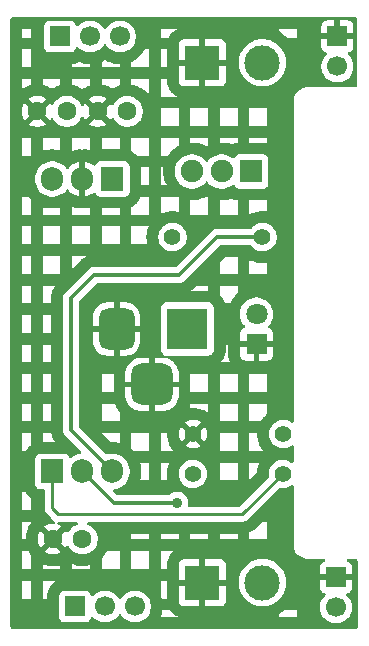
<source format=gbr>
%TF.GenerationSoftware,KiCad,Pcbnew,9.0.2*%
%TF.CreationDate,2025-06-12T21:47:04+05:30*%
%TF.ProjectId,Breadboard power supply,42726561-6462-46f6-9172-6420706f7765,rev?*%
%TF.SameCoordinates,Original*%
%TF.FileFunction,Copper,L2,Bot*%
%TF.FilePolarity,Positive*%
%FSLAX46Y46*%
G04 Gerber Fmt 4.6, Leading zero omitted, Abs format (unit mm)*
G04 Created by KiCad (PCBNEW 9.0.2) date 2025-06-12 21:47:04*
%MOMM*%
%LPD*%
G01*
G04 APERTURE LIST*
G04 Aperture macros list*
%AMRoundRect*
0 Rectangle with rounded corners*
0 $1 Rounding radius*
0 $2 $3 $4 $5 $6 $7 $8 $9 X,Y pos of 4 corners*
0 Add a 4 corners polygon primitive as box body*
4,1,4,$2,$3,$4,$5,$6,$7,$8,$9,$2,$3,0*
0 Add four circle primitives for the rounded corners*
1,1,$1+$1,$2,$3*
1,1,$1+$1,$4,$5*
1,1,$1+$1,$6,$7*
1,1,$1+$1,$8,$9*
0 Add four rect primitives between the rounded corners*
20,1,$1+$1,$2,$3,$4,$5,0*
20,1,$1+$1,$4,$5,$6,$7,0*
20,1,$1+$1,$6,$7,$8,$9,0*
20,1,$1+$1,$8,$9,$2,$3,0*%
G04 Aperture macros list end*
%TA.AperFunction,ComponentPad*%
%ADD10R,1.700000X1.700000*%
%TD*%
%TA.AperFunction,ComponentPad*%
%ADD11C,1.700000*%
%TD*%
%TA.AperFunction,ComponentPad*%
%ADD12R,1.900000X1.900000*%
%TD*%
%TA.AperFunction,ComponentPad*%
%ADD13C,1.900000*%
%TD*%
%TA.AperFunction,ComponentPad*%
%ADD14R,3.000000X3.000000*%
%TD*%
%TA.AperFunction,ComponentPad*%
%ADD15C,3.000000*%
%TD*%
%TA.AperFunction,ComponentPad*%
%ADD16R,1.905000X2.000000*%
%TD*%
%TA.AperFunction,ComponentPad*%
%ADD17O,1.905000X2.000000*%
%TD*%
%TA.AperFunction,ComponentPad*%
%ADD18C,1.600000*%
%TD*%
%TA.AperFunction,ComponentPad*%
%ADD19C,1.400000*%
%TD*%
%TA.AperFunction,ComponentPad*%
%ADD20R,3.500000X3.500000*%
%TD*%
%TA.AperFunction,ComponentPad*%
%ADD21RoundRect,0.750000X-0.750000X-1.000000X0.750000X-1.000000X0.750000X1.000000X-0.750000X1.000000X0*%
%TD*%
%TA.AperFunction,ComponentPad*%
%ADD22RoundRect,0.875000X-0.875000X-0.875000X0.875000X-0.875000X0.875000X0.875000X-0.875000X0.875000X0*%
%TD*%
%TA.AperFunction,ComponentPad*%
%ADD23R,1.800000X1.800000*%
%TD*%
%TA.AperFunction,ComponentPad*%
%ADD24C,1.800000*%
%TD*%
%TA.AperFunction,ViaPad*%
%ADD25C,0.900000*%
%TD*%
%TA.AperFunction,Conductor*%
%ADD26C,0.350000*%
%TD*%
%TA.AperFunction,Conductor*%
%ADD27C,0.250000*%
%TD*%
G04 APERTURE END LIST*
D10*
%TO.P,J4,1,Pin_1*%
%TO.N,GND*%
X163830000Y-64130000D03*
D11*
%TO.P,J4,2,Pin_2*%
%TO.N,/PWR_OUT_TOP*%
X163830000Y-66670000D03*
%TD*%
D12*
%TO.P,S1,1*%
%TO.N,/12V*%
X156520000Y-75565000D03*
D13*
%TO.P,S1,2*%
%TO.N,/PWR_input*%
X154020000Y-75565000D03*
%TO.P,S1,3*%
%TO.N,unconnected-(S1-Pad3)*%
X151520000Y-75565000D03*
%TD*%
D14*
%TO.P,J5,1,Pin_1*%
%TO.N,GND*%
X152400000Y-110374549D03*
D15*
%TO.P,J5,2,Pin_2*%
%TO.N,/PWR_OUT_BOT*%
X157480000Y-110374549D03*
%TD*%
D16*
%TO.P,U2,1,VI*%
%TO.N,/12V*%
X144780000Y-76200000D03*
D17*
%TO.P,U2,2,GND*%
%TO.N,GND*%
X142240000Y-76200000D03*
%TO.P,U2,3,VO*%
%TO.N,/5V*%
X139700000Y-76200000D03*
%TD*%
D18*
%TO.P,C2,1*%
%TO.N,/3.3V*%
X142240000Y-106680000D03*
%TO.P,C2,2*%
%TO.N,GND*%
X139740000Y-106680000D03*
%TD*%
%TO.P,C1,1*%
%TO.N,/12V*%
X146050000Y-70485000D03*
%TO.P,C1,2*%
%TO.N,GND*%
X143550000Y-70485000D03*
%TD*%
D19*
%TO.P,R2,1*%
%TO.N,Net-(U1-ADJ)*%
X159199554Y-101169151D03*
%TO.P,R2,2*%
%TO.N,/3.3V*%
X151579554Y-101169151D03*
%TD*%
D20*
%TO.P,J1,1*%
%TO.N,/PWR_input*%
X151130000Y-88900000D03*
D21*
%TO.P,J1,2*%
%TO.N,GND*%
X145130000Y-88900000D03*
D22*
%TO.P,J1,3*%
X148130000Y-93600000D03*
%TD*%
D10*
%TO.P,J3,1,Pin_1*%
%TO.N,/3.3V*%
X140335000Y-64135000D03*
D11*
%TO.P,J3,2,Pin_2*%
%TO.N,/PWR_OUT_TOP*%
X142875000Y-64135000D03*
%TO.P,J3,3,Pin_3*%
%TO.N,/5V*%
X145415000Y-64135000D03*
%TD*%
D10*
%TO.P,J7,1,Pin_1*%
%TO.N,/3.3V*%
X141605000Y-112395000D03*
D11*
%TO.P,J7,2,Pin_2*%
%TO.N,/PWR_OUT_BOT*%
X144145000Y-112395000D03*
%TO.P,J7,3,Pin_3*%
%TO.N,/5V*%
X146685000Y-112395000D03*
%TD*%
D19*
%TO.P,R1,1*%
%TO.N,Net-(D1-A)*%
X149860000Y-81127600D03*
%TO.P,R1,2*%
%TO.N,/12V*%
X157480000Y-81127600D03*
%TD*%
D10*
%TO.P,J6,1,Pin_1*%
%TO.N,GND*%
X163705223Y-109928182D03*
D11*
%TO.P,J6,2,Pin_2*%
%TO.N,/PWR_OUT_BOT*%
X163705223Y-112468182D03*
%TD*%
D19*
%TO.P,R3,1*%
%TO.N,GND*%
X151620000Y-97790000D03*
%TO.P,R3,2*%
%TO.N,Net-(U1-ADJ)*%
X159240000Y-97790000D03*
%TD*%
D23*
%TO.P,D1,1,K*%
%TO.N,GND*%
X156980000Y-90175000D03*
D24*
%TO.P,D1,2,A*%
%TO.N,Net-(D1-A)*%
X156980000Y-87635000D03*
%TD*%
D14*
%TO.P,J2,1,Pin_1*%
%TO.N,GND*%
X152400000Y-66360000D03*
D15*
%TO.P,J2,2,Pin_2*%
%TO.N,/PWR_OUT_TOP*%
X157480000Y-66360000D03*
%TD*%
D18*
%TO.P,C3,1*%
%TO.N,/5V*%
X140930000Y-70485000D03*
%TO.P,C3,2*%
%TO.N,GND*%
X138430000Y-70485000D03*
%TD*%
D16*
%TO.P,U1,1,ADJ*%
%TO.N,Net-(U1-ADJ)*%
X139700000Y-100965000D03*
D17*
%TO.P,U1,2,VO*%
%TO.N,/3.3V*%
X142240000Y-100965000D03*
%TO.P,U1,3,VI*%
%TO.N,/12V*%
X144780000Y-100965000D03*
%TD*%
D25*
%TO.N,/3.3V*%
X150266400Y-103632000D03*
%TD*%
D26*
%TO.N,/12V*%
X153619200Y-81127600D02*
X150418800Y-84328000D01*
X150418800Y-84328000D02*
X143205200Y-84328000D01*
X157480000Y-81127600D02*
X153619200Y-81127600D01*
X141274800Y-97459800D02*
X144780000Y-100965000D01*
X141274800Y-86258400D02*
X141274800Y-97459800D01*
X143205200Y-84328000D02*
X141274800Y-86258400D01*
%TO.N,/3.3V*%
X144907000Y-103632000D02*
X142240000Y-100965000D01*
X150266400Y-103632000D02*
X144907000Y-103632000D01*
D27*
%TO.N,Net-(U1-ADJ)*%
X159199554Y-101169151D02*
X155771505Y-104597200D01*
X140157200Y-104597200D02*
X140157200Y-104546400D01*
X140157200Y-104546400D02*
X139700000Y-104089200D01*
X139700000Y-104089200D02*
X139700000Y-100965000D01*
X155771505Y-104597200D02*
X140157200Y-104597200D01*
%TD*%
%TA.AperFunction,Conductor*%
%TO.N,GND*%
G36*
X165176992Y-62475597D02*
G01*
X165181972Y-62476144D01*
X165181979Y-62476146D01*
X165237963Y-62474948D01*
X165257646Y-62476095D01*
X165294880Y-62481260D01*
X165332473Y-62492767D01*
X165357223Y-62504915D01*
X165389321Y-62527613D01*
X165409019Y-62546894D01*
X165432404Y-62578508D01*
X165445074Y-62602986D01*
X165457383Y-62640327D01*
X165463225Y-62676710D01*
X165464792Y-62696764D01*
X165446908Y-68308763D01*
X165427010Y-68375740D01*
X165374061Y-68421326D01*
X165322933Y-68432368D01*
X161291171Y-68433149D01*
X161188261Y-68433149D01*
X160987882Y-68468481D01*
X160796683Y-68538072D01*
X160796676Y-68538075D01*
X160620469Y-68639809D01*
X160620466Y-68639811D01*
X160464598Y-68770598D01*
X160333811Y-68926466D01*
X160333809Y-68926469D01*
X160232075Y-69102676D01*
X160232072Y-69102683D01*
X160162481Y-69293882D01*
X160127149Y-69494261D01*
X160127149Y-96707288D01*
X160107464Y-96774327D01*
X160054660Y-96820082D01*
X159985502Y-96830026D01*
X159930263Y-96807606D01*
X159869199Y-96763240D01*
X159700836Y-96677454D01*
X159521118Y-96619059D01*
X159334486Y-96589500D01*
X159334481Y-96589500D01*
X159145519Y-96589500D01*
X159145514Y-96589500D01*
X158958881Y-96619059D01*
X158779163Y-96677454D01*
X158610800Y-96763240D01*
X158532565Y-96820082D01*
X158457927Y-96874310D01*
X158457925Y-96874312D01*
X158457924Y-96874312D01*
X158324312Y-97007924D01*
X158324312Y-97007925D01*
X158324310Y-97007927D01*
X158276610Y-97073579D01*
X158213240Y-97160800D01*
X158127454Y-97329163D01*
X158069059Y-97508881D01*
X158039500Y-97695513D01*
X158039500Y-97884486D01*
X158069059Y-98071118D01*
X158127454Y-98250836D01*
X158183519Y-98360868D01*
X158213240Y-98419199D01*
X158324310Y-98572073D01*
X158457927Y-98705690D01*
X158610801Y-98816760D01*
X158647461Y-98835439D01*
X158779163Y-98902545D01*
X158779165Y-98902545D01*
X158779168Y-98902547D01*
X158831344Y-98919500D01*
X158958881Y-98960940D01*
X159145514Y-98990500D01*
X159145519Y-98990500D01*
X159334486Y-98990500D01*
X159521118Y-98960940D01*
X159532865Y-98957123D01*
X159700832Y-98902547D01*
X159869199Y-98816760D01*
X159930264Y-98772393D01*
X159996068Y-98748913D01*
X160064122Y-98764738D01*
X160112818Y-98814843D01*
X160127149Y-98872711D01*
X160127149Y-100115825D01*
X160107464Y-100182864D01*
X160054660Y-100228619D01*
X159985502Y-100238563D01*
X159930263Y-100216143D01*
X159828753Y-100142391D01*
X159660390Y-100056605D01*
X159480672Y-99998210D01*
X159294040Y-99968651D01*
X159294035Y-99968651D01*
X159105073Y-99968651D01*
X159105068Y-99968651D01*
X158918435Y-99998210D01*
X158738717Y-100056605D01*
X158570354Y-100142391D01*
X158514649Y-100182864D01*
X158417481Y-100253461D01*
X158417479Y-100253463D01*
X158417478Y-100253463D01*
X158283866Y-100387075D01*
X158283866Y-100387076D01*
X158283864Y-100387078D01*
X158273177Y-100401788D01*
X158172794Y-100539951D01*
X158087008Y-100708314D01*
X158028613Y-100888032D01*
X157999054Y-101074664D01*
X157999054Y-101263637D01*
X158019445Y-101392380D01*
X158010490Y-101461673D01*
X157984653Y-101499459D01*
X155548734Y-103935381D01*
X155487411Y-103968866D01*
X155461053Y-103971700D01*
X151319046Y-103971700D01*
X151252007Y-103952015D01*
X151206252Y-103899211D01*
X151196308Y-103830053D01*
X151197428Y-103823510D01*
X151216900Y-103725614D01*
X151216900Y-103538383D01*
X151216899Y-103538379D01*
X151180374Y-103354756D01*
X151180373Y-103354749D01*
X151108722Y-103181769D01*
X151108721Y-103181768D01*
X151108718Y-103181762D01*
X151004702Y-103026092D01*
X151004699Y-103026088D01*
X150872311Y-102893700D01*
X150872307Y-102893697D01*
X150716637Y-102789681D01*
X150716628Y-102789676D01*
X150543651Y-102718027D01*
X150543643Y-102718025D01*
X150360020Y-102681500D01*
X150360016Y-102681500D01*
X150172784Y-102681500D01*
X150172779Y-102681500D01*
X149989156Y-102718025D01*
X149989148Y-102718027D01*
X149816171Y-102789676D01*
X149816162Y-102789681D01*
X149660492Y-102893697D01*
X149660488Y-102893700D01*
X149634008Y-102920181D01*
X149572685Y-102953666D01*
X149546327Y-102956500D01*
X145238163Y-102956500D01*
X145171124Y-102936815D01*
X145150482Y-102920181D01*
X144895032Y-102664731D01*
X144861547Y-102603408D01*
X144866531Y-102533716D01*
X144908403Y-102477783D01*
X144963312Y-102454577D01*
X145120245Y-102429722D01*
X145120248Y-102429721D01*
X145120249Y-102429721D01*
X145337755Y-102359049D01*
X145337755Y-102359048D01*
X145337758Y-102359048D01*
X145541538Y-102255217D01*
X145726566Y-102120786D01*
X145888286Y-101959066D01*
X146022717Y-101774038D01*
X146047777Y-101724854D01*
X147125676Y-101724854D01*
X147879757Y-101724854D01*
X148877757Y-101724854D01*
X149449023Y-101724854D01*
X149443981Y-101706975D01*
X149442751Y-101702257D01*
X149433603Y-101664138D01*
X149432561Y-101659388D01*
X149426821Y-101630526D01*
X149425966Y-101625737D01*
X149390273Y-101400386D01*
X149389605Y-101395556D01*
X149386142Y-101366284D01*
X149385665Y-101361440D01*
X149382591Y-101322360D01*
X149382304Y-101317501D01*
X149381149Y-101288087D01*
X149381054Y-101283222D01*
X149381054Y-101074664D01*
X150379054Y-101074664D01*
X150379054Y-101263637D01*
X150408613Y-101450269D01*
X150467008Y-101629987D01*
X150503832Y-101702257D01*
X150552794Y-101798350D01*
X150663864Y-101951224D01*
X150797481Y-102084841D01*
X150950355Y-102195911D01*
X151002492Y-102222476D01*
X151118717Y-102281696D01*
X151118719Y-102281696D01*
X151118722Y-102281698D01*
X151215051Y-102312997D01*
X151298435Y-102340091D01*
X151485068Y-102369651D01*
X151485073Y-102369651D01*
X151674040Y-102369651D01*
X151860672Y-102340091D01*
X151864621Y-102338808D01*
X152040386Y-102281698D01*
X152208753Y-102195911D01*
X152361627Y-102084841D01*
X152495244Y-101951224D01*
X152606314Y-101798350D01*
X152643762Y-101724854D01*
X153877757Y-101724854D01*
X155379757Y-101724854D01*
X155379757Y-101694971D01*
X156377757Y-101694971D01*
X157001054Y-101071674D01*
X157001054Y-101055080D01*
X157001149Y-101050215D01*
X157002304Y-101020801D01*
X157002591Y-101015942D01*
X157005665Y-100976862D01*
X157006142Y-100972018D01*
X157009605Y-100942746D01*
X157010273Y-100937916D01*
X157045966Y-100712565D01*
X157046821Y-100707776D01*
X157052561Y-100678914D01*
X157053603Y-100674164D01*
X157062751Y-100636045D01*
X157063981Y-100631327D01*
X157071984Y-100602947D01*
X157073399Y-100598283D01*
X157143907Y-100381287D01*
X157145501Y-100376692D01*
X157155685Y-100349084D01*
X157157457Y-100344554D01*
X157172455Y-100308338D01*
X157174410Y-100303870D01*
X157186753Y-100277095D01*
X157188878Y-100272713D01*
X157214282Y-100222854D01*
X156377757Y-100222854D01*
X156377757Y-101694971D01*
X155379757Y-101694971D01*
X155379757Y-100222854D01*
X153877757Y-100222854D01*
X153877757Y-101724854D01*
X152643762Y-101724854D01*
X152692101Y-101629983D01*
X152750494Y-101450269D01*
X152764563Y-101361440D01*
X152780054Y-101263637D01*
X152780054Y-101074664D01*
X152750494Y-100888032D01*
X152703807Y-100744347D01*
X152692101Y-100708319D01*
X152692099Y-100708316D01*
X152692099Y-100708314D01*
X152625321Y-100577255D01*
X152606314Y-100539952D01*
X152495244Y-100387078D01*
X152361627Y-100253461D01*
X152208753Y-100142391D01*
X152040390Y-100056605D01*
X151860672Y-99998210D01*
X151674040Y-99968651D01*
X151674035Y-99968651D01*
X151485073Y-99968651D01*
X151485068Y-99968651D01*
X151298435Y-99998210D01*
X151118717Y-100056605D01*
X150950354Y-100142391D01*
X150894649Y-100182864D01*
X150797481Y-100253461D01*
X150797479Y-100253463D01*
X150797478Y-100253463D01*
X150663866Y-100387075D01*
X150663866Y-100387076D01*
X150663864Y-100387078D01*
X150653177Y-100401788D01*
X150552794Y-100539951D01*
X150467008Y-100708314D01*
X150408613Y-100888032D01*
X150379054Y-101074664D01*
X149381054Y-101074664D01*
X149381054Y-101055080D01*
X149381149Y-101050215D01*
X149382304Y-101020801D01*
X149382591Y-101015942D01*
X149385665Y-100976862D01*
X149386142Y-100972018D01*
X149389605Y-100942746D01*
X149390273Y-100937916D01*
X149425966Y-100712565D01*
X149426821Y-100707776D01*
X149432561Y-100678914D01*
X149433603Y-100674164D01*
X149442751Y-100636045D01*
X149443981Y-100631327D01*
X149451984Y-100602947D01*
X149453399Y-100598283D01*
X149523907Y-100381287D01*
X149525501Y-100376692D01*
X149535685Y-100349084D01*
X149537457Y-100344554D01*
X149552455Y-100308338D01*
X149554410Y-100303870D01*
X149566753Y-100277095D01*
X149568878Y-100272713D01*
X149594282Y-100222854D01*
X148877757Y-100222854D01*
X148877757Y-101724854D01*
X147879757Y-101724854D01*
X147879757Y-100222854D01*
X147131430Y-100222854D01*
X147152438Y-100287510D01*
X147153853Y-100292174D01*
X147161855Y-100320551D01*
X147163085Y-100325268D01*
X147172233Y-100363386D01*
X147173275Y-100368137D01*
X147179015Y-100397000D01*
X147179870Y-100401788D01*
X147221777Y-100666373D01*
X147222445Y-100671197D01*
X147225905Y-100700431D01*
X147226381Y-100705268D01*
X147229459Y-100744347D01*
X147229746Y-100749212D01*
X147230904Y-100778664D01*
X147231000Y-100783536D01*
X147231000Y-101146464D01*
X147230904Y-101151336D01*
X147229746Y-101180788D01*
X147229459Y-101185653D01*
X147226381Y-101224732D01*
X147225905Y-101229569D01*
X147222445Y-101258803D01*
X147221777Y-101263627D01*
X147179870Y-101528212D01*
X147179015Y-101533000D01*
X147173275Y-101561863D01*
X147172233Y-101566614D01*
X147163085Y-101604732D01*
X147161855Y-101609449D01*
X147153853Y-101637826D01*
X147152438Y-101642490D01*
X147125676Y-101724854D01*
X146047777Y-101724854D01*
X146126548Y-101570258D01*
X146197222Y-101352745D01*
X146233000Y-101126854D01*
X146233000Y-100803146D01*
X146197222Y-100577255D01*
X146197221Y-100577251D01*
X146197221Y-100577250D01*
X146126549Y-100359744D01*
X146084437Y-100277095D01*
X146022717Y-100155962D01*
X145888286Y-99970934D01*
X145726566Y-99809214D01*
X145541538Y-99674783D01*
X145337755Y-99570950D01*
X145120248Y-99500278D01*
X144934812Y-99470908D01*
X144894354Y-99464500D01*
X144665646Y-99464500D01*
X144634760Y-99469391D01*
X144439755Y-99500277D01*
X144384332Y-99518285D01*
X144314491Y-99520279D01*
X144258335Y-99488034D01*
X143823228Y-99052927D01*
X146377757Y-99052927D01*
X146389623Y-99063062D01*
X146393263Y-99066297D01*
X146414891Y-99086290D01*
X146418400Y-99089664D01*
X146553590Y-99224854D01*
X147879757Y-99224854D01*
X148877757Y-99224854D01*
X149951403Y-99224854D01*
X153877757Y-99224854D01*
X155379757Y-99224854D01*
X156377757Y-99224854D01*
X157569381Y-99224854D01*
X157552700Y-99205323D01*
X157549612Y-99201560D01*
X157531375Y-99178427D01*
X157528435Y-99174544D01*
X157394320Y-98989953D01*
X157391534Y-98985955D01*
X157375166Y-98961457D01*
X157372542Y-98957358D01*
X157352060Y-98923934D01*
X157349599Y-98919736D01*
X157335208Y-98894040D01*
X157332912Y-98889743D01*
X157229324Y-98686438D01*
X157227199Y-98682056D01*
X157214856Y-98655281D01*
X157212901Y-98650813D01*
X157197903Y-98614597D01*
X157196131Y-98610067D01*
X157185947Y-98582459D01*
X157184353Y-98577864D01*
X157113845Y-98360868D01*
X157112430Y-98356204D01*
X157104427Y-98327824D01*
X157103197Y-98323106D01*
X157094049Y-98284987D01*
X157093007Y-98280237D01*
X157087267Y-98251375D01*
X157086412Y-98246586D01*
X157050719Y-98021235D01*
X157050051Y-98016405D01*
X157046588Y-97987133D01*
X157046111Y-97982289D01*
X157043037Y-97943209D01*
X157042750Y-97938350D01*
X157041595Y-97908936D01*
X157041500Y-97904071D01*
X157041500Y-97722854D01*
X156377757Y-97722854D01*
X156377757Y-99224854D01*
X155379757Y-99224854D01*
X155379757Y-97722854D01*
X153877757Y-97722854D01*
X153877757Y-99224854D01*
X149951403Y-99224854D01*
X149935035Y-99210309D01*
X149774750Y-98989692D01*
X149771969Y-98985701D01*
X149755613Y-98961224D01*
X149752988Y-98957123D01*
X149732506Y-98923702D01*
X149730043Y-98919500D01*
X149715643Y-98893788D01*
X149713347Y-98889493D01*
X149666668Y-98797882D01*
X150965669Y-98797882D01*
X150965670Y-98797883D01*
X150991059Y-98816329D01*
X151159362Y-98902085D01*
X151338997Y-98960451D01*
X151525553Y-98990000D01*
X151714447Y-98990000D01*
X151901002Y-98960451D01*
X152080637Y-98902085D01*
X152248937Y-98816331D01*
X152274328Y-98797883D01*
X152274328Y-98797882D01*
X151620001Y-98143554D01*
X151620000Y-98143554D01*
X150965669Y-98797882D01*
X149666668Y-98797882D01*
X149609796Y-98686266D01*
X149607670Y-98681883D01*
X149595341Y-98655139D01*
X149593391Y-98650681D01*
X149578389Y-98614465D01*
X149576614Y-98609929D01*
X149566415Y-98582284D01*
X149564819Y-98577683D01*
X149494333Y-98360748D01*
X149492919Y-98356086D01*
X149484919Y-98327718D01*
X149483688Y-98323001D01*
X149474540Y-98284886D01*
X149473498Y-98280135D01*
X149467756Y-98251264D01*
X149466901Y-98246475D01*
X149431219Y-98021198D01*
X149430551Y-98016367D01*
X149427088Y-97987095D01*
X149426611Y-97982250D01*
X149423537Y-97943169D01*
X149423250Y-97938311D01*
X149422095Y-97908897D01*
X149422000Y-97904032D01*
X149422000Y-97722854D01*
X148877757Y-97722854D01*
X148877757Y-99224854D01*
X147879757Y-99224854D01*
X147879757Y-97722854D01*
X146377757Y-97722854D01*
X146377757Y-99052927D01*
X143823228Y-99052927D01*
X142493155Y-97722854D01*
X143904539Y-97722854D01*
X144648185Y-98466500D01*
X144913964Y-98466500D01*
X144918836Y-98466596D01*
X144948288Y-98467754D01*
X144953153Y-98468041D01*
X144992232Y-98471119D01*
X144997069Y-98471595D01*
X145026303Y-98475055D01*
X145031127Y-98475723D01*
X145295712Y-98517630D01*
X145300500Y-98518485D01*
X145329363Y-98524225D01*
X145334114Y-98525267D01*
X145372232Y-98534415D01*
X145376949Y-98535645D01*
X145379757Y-98536436D01*
X145379757Y-97722854D01*
X143904539Y-97722854D01*
X142493155Y-97722854D01*
X142465853Y-97695552D01*
X150420000Y-97695552D01*
X150420000Y-97884447D01*
X150449548Y-98071002D01*
X150507914Y-98250637D01*
X150593666Y-98418933D01*
X150612116Y-98444328D01*
X151266446Y-97790000D01*
X151266446Y-97789999D01*
X151220369Y-97743922D01*
X151270000Y-97743922D01*
X151270000Y-97836078D01*
X151293852Y-97925095D01*
X151339930Y-98004905D01*
X151405095Y-98070070D01*
X151484905Y-98116148D01*
X151573922Y-98140000D01*
X151666078Y-98140000D01*
X151755095Y-98116148D01*
X151834905Y-98070070D01*
X151900070Y-98004905D01*
X151946148Y-97925095D01*
X151970000Y-97836078D01*
X151970000Y-97789999D01*
X151973554Y-97789999D01*
X151973554Y-97790000D01*
X152627882Y-98444328D01*
X152627883Y-98444328D01*
X152646331Y-98418937D01*
X152732085Y-98250637D01*
X152790451Y-98071002D01*
X152820000Y-97884447D01*
X152820000Y-97695552D01*
X152790451Y-97508997D01*
X152732085Y-97329362D01*
X152646329Y-97161059D01*
X152627883Y-97135670D01*
X152627882Y-97135669D01*
X151973554Y-97789999D01*
X151970000Y-97789999D01*
X151970000Y-97743922D01*
X151946148Y-97654905D01*
X151900070Y-97575095D01*
X151834905Y-97509930D01*
X151755095Y-97463852D01*
X151666078Y-97440000D01*
X151573922Y-97440000D01*
X151484905Y-97463852D01*
X151405095Y-97509930D01*
X151339930Y-97575095D01*
X151293852Y-97654905D01*
X151270000Y-97743922D01*
X151220369Y-97743922D01*
X150612116Y-97135669D01*
X150612116Y-97135670D01*
X150593669Y-97161060D01*
X150507914Y-97329362D01*
X150449548Y-97508997D01*
X150420000Y-97695552D01*
X142465853Y-97695552D01*
X141986619Y-97216318D01*
X141953134Y-97154995D01*
X141950300Y-97128637D01*
X141950300Y-96782116D01*
X150965669Y-96782116D01*
X151620000Y-97436446D01*
X151620001Y-97436446D01*
X152274328Y-96782116D01*
X152248933Y-96763666D01*
X152172761Y-96724854D01*
X153877757Y-96724854D01*
X155379757Y-96724854D01*
X156377757Y-96724854D01*
X157315284Y-96724854D01*
X157332912Y-96690257D01*
X157335208Y-96685960D01*
X157349599Y-96660264D01*
X157352060Y-96656066D01*
X157372542Y-96622642D01*
X157375166Y-96618543D01*
X157391534Y-96594045D01*
X157394320Y-96590047D01*
X157528435Y-96405456D01*
X157531375Y-96401573D01*
X157549612Y-96378440D01*
X157552700Y-96374677D01*
X157578158Y-96344870D01*
X157581393Y-96341230D01*
X157601386Y-96319602D01*
X157604760Y-96316093D01*
X157766093Y-96154760D01*
X157769602Y-96151386D01*
X157791230Y-96131393D01*
X157794870Y-96128158D01*
X157824677Y-96102700D01*
X157828440Y-96099612D01*
X157851573Y-96081375D01*
X157855456Y-96078435D01*
X157879757Y-96060779D01*
X157879757Y-95222854D01*
X156377757Y-95222854D01*
X156377757Y-96724854D01*
X155379757Y-96724854D01*
X155379757Y-95222854D01*
X153877757Y-95222854D01*
X153877757Y-96724854D01*
X152172761Y-96724854D01*
X152080637Y-96677914D01*
X151901002Y-96619548D01*
X151714447Y-96590000D01*
X151525553Y-96590000D01*
X151338997Y-96619548D01*
X151159362Y-96677914D01*
X150991060Y-96763669D01*
X150965670Y-96782116D01*
X150965669Y-96782116D01*
X141950300Y-96782116D01*
X141950300Y-96724854D01*
X143877757Y-96724854D01*
X145379757Y-96724854D01*
X145379757Y-95932241D01*
X145351682Y-95898943D01*
X145348375Y-95894847D01*
X145328897Y-95869648D01*
X145325765Y-95865414D01*
X145301294Y-95830813D01*
X145298349Y-95826455D01*
X145281083Y-95799703D01*
X145278322Y-95795219D01*
X145138414Y-95556802D01*
X145135848Y-95552208D01*
X145120912Y-95524086D01*
X145118542Y-95519386D01*
X145100269Y-95481147D01*
X145098099Y-95476348D01*
X145085600Y-95447055D01*
X145083638Y-95442172D01*
X145000871Y-95222854D01*
X143877757Y-95222854D01*
X143877757Y-96724854D01*
X141950300Y-96724854D01*
X141950300Y-94224854D01*
X143877757Y-94224854D01*
X144882001Y-94224854D01*
X144882001Y-93649454D01*
X144891440Y-93602001D01*
X144892268Y-93600001D01*
X144891439Y-93597999D01*
X144882000Y-93550546D01*
X144882000Y-92722854D01*
X143877757Y-92722854D01*
X143877757Y-94224854D01*
X141950300Y-94224854D01*
X141950300Y-92631421D01*
X145880000Y-92631421D01*
X145880000Y-93350000D01*
X146696988Y-93350000D01*
X146664075Y-93407007D01*
X146630000Y-93534174D01*
X146630000Y-93665826D01*
X146664075Y-93792993D01*
X146696988Y-93850000D01*
X145880001Y-93850000D01*
X145880001Y-94568588D01*
X145882794Y-94621191D01*
X145927237Y-94850987D01*
X146009879Y-95069975D01*
X146128339Y-95271841D01*
X146128344Y-95271848D01*
X146279211Y-95450786D01*
X146279213Y-95450788D01*
X146458151Y-95601655D01*
X146458158Y-95601660D01*
X146660024Y-95720120D01*
X146879012Y-95802762D01*
X147108809Y-95847205D01*
X147161382Y-95849998D01*
X147161421Y-95849999D01*
X147879999Y-95849999D01*
X147880000Y-95849998D01*
X147880000Y-94100000D01*
X148380000Y-94100000D01*
X148380000Y-95849999D01*
X149098576Y-95849999D01*
X149098588Y-95849998D01*
X149151191Y-95847205D01*
X149380987Y-95802762D01*
X149599975Y-95720120D01*
X149799612Y-95602968D01*
X151377757Y-95602968D01*
X151388803Y-95601219D01*
X151393633Y-95600551D01*
X151422905Y-95597088D01*
X151427750Y-95596611D01*
X151466831Y-95593537D01*
X151471689Y-95593250D01*
X151501103Y-95592095D01*
X151505968Y-95592000D01*
X151734032Y-95592000D01*
X151738897Y-95592095D01*
X151768311Y-95593250D01*
X151773169Y-95593537D01*
X151812250Y-95596611D01*
X151817095Y-95597088D01*
X151846367Y-95600551D01*
X151851198Y-95601219D01*
X152076475Y-95636901D01*
X152081264Y-95637756D01*
X152110135Y-95643498D01*
X152114886Y-95644540D01*
X152153001Y-95653688D01*
X152157718Y-95654919D01*
X152186086Y-95662919D01*
X152190748Y-95664333D01*
X152407683Y-95734819D01*
X152412284Y-95736415D01*
X152439929Y-95746614D01*
X152444465Y-95748389D01*
X152480681Y-95763391D01*
X152485139Y-95765341D01*
X152511883Y-95777670D01*
X152516266Y-95779796D01*
X152719493Y-95883347D01*
X152723788Y-95885643D01*
X152749500Y-95900043D01*
X152753702Y-95902506D01*
X152787123Y-95922988D01*
X152791224Y-95925613D01*
X152815701Y-95941969D01*
X152819692Y-95944750D01*
X152879757Y-95988389D01*
X152879757Y-95222854D01*
X151377757Y-95222854D01*
X151377757Y-95602968D01*
X149799612Y-95602968D01*
X149801841Y-95601660D01*
X149801848Y-95601655D01*
X149980786Y-95450788D01*
X149980788Y-95450786D01*
X150131655Y-95271848D01*
X150131660Y-95271841D01*
X150250120Y-95069975D01*
X150332762Y-94850987D01*
X150377205Y-94621191D01*
X150377205Y-94621190D01*
X150379998Y-94568617D01*
X150380000Y-94568578D01*
X150380000Y-93850000D01*
X149563012Y-93850000D01*
X149595925Y-93792993D01*
X149630000Y-93665826D01*
X149630000Y-93551762D01*
X151377757Y-93551762D01*
X151377757Y-93648231D01*
X151378000Y-93649454D01*
X151378000Y-94224854D01*
X152879757Y-94224854D01*
X153877757Y-94224854D01*
X155379757Y-94224854D01*
X156377757Y-94224854D01*
X157879757Y-94224854D01*
X157879757Y-92722854D01*
X156377757Y-92722854D01*
X156377757Y-94224854D01*
X155379757Y-94224854D01*
X155379757Y-92722854D01*
X153877757Y-92722854D01*
X153877757Y-94224854D01*
X152879757Y-94224854D01*
X152879757Y-92722854D01*
X151377999Y-92722854D01*
X151377999Y-93550546D01*
X151377757Y-93551762D01*
X149630000Y-93551762D01*
X149630000Y-93534174D01*
X149595925Y-93407007D01*
X149563012Y-93350000D01*
X150379999Y-93350000D01*
X150379999Y-92631423D01*
X150379998Y-92631411D01*
X150377205Y-92578808D01*
X150332762Y-92349012D01*
X150250120Y-92130024D01*
X150131660Y-91928158D01*
X150131655Y-91928151D01*
X149980788Y-91749213D01*
X149980786Y-91749211D01*
X149951897Y-91724854D01*
X153931623Y-91724854D01*
X154725372Y-91724854D01*
X154717419Y-91707441D01*
X154714030Y-91699261D01*
X154640421Y-91501904D01*
X154637942Y-91494564D01*
X154624332Y-91449695D01*
X154622315Y-91442212D01*
X154607972Y-91381501D01*
X154606428Y-91373916D01*
X154598522Y-91327738D01*
X154597455Y-91320069D01*
X154586289Y-91216217D01*
X154585977Y-91212905D01*
X154584364Y-91192856D01*
X154584142Y-91189542D01*
X154582713Y-91162855D01*
X154582580Y-91159539D01*
X154582044Y-91139491D01*
X154582000Y-91136177D01*
X154582000Y-90224454D01*
X154582318Y-90222854D01*
X154378500Y-90222854D01*
X154378500Y-90711248D01*
X154378455Y-90714572D01*
X154377916Y-90734674D01*
X154377783Y-90737994D01*
X154376351Y-90764680D01*
X154376129Y-90767989D01*
X154374519Y-90787982D01*
X154374208Y-90791285D01*
X154363038Y-90895175D01*
X154361971Y-90902843D01*
X154354064Y-90949029D01*
X154352519Y-90956619D01*
X154338174Y-91017330D01*
X154336158Y-91024809D01*
X154322550Y-91069672D01*
X154320071Y-91077012D01*
X154246413Y-91274502D01*
X154243025Y-91282682D01*
X154220767Y-91331419D01*
X154216805Y-91339333D01*
X154182628Y-91401923D01*
X154178110Y-91409537D01*
X154149146Y-91454604D01*
X154144098Y-91461874D01*
X154015114Y-91634173D01*
X154009561Y-91641064D01*
X153974481Y-91681549D01*
X153968449Y-91688028D01*
X153931623Y-91724854D01*
X149951897Y-91724854D01*
X149801848Y-91598344D01*
X149801841Y-91598339D01*
X149599975Y-91479879D01*
X149380984Y-91397236D01*
X149375840Y-91396241D01*
X149313760Y-91364180D01*
X149278869Y-91303646D01*
X149282244Y-91233858D01*
X149322814Y-91176973D01*
X149387697Y-91151052D01*
X149399374Y-91150499D01*
X152927872Y-91150499D01*
X152987483Y-91144091D01*
X153122331Y-91093796D01*
X153237546Y-91007546D01*
X153323796Y-90892331D01*
X153374091Y-90757483D01*
X153380500Y-90697873D01*
X153380499Y-87524778D01*
X155579500Y-87524778D01*
X155579500Y-87745221D01*
X155613985Y-87962952D01*
X155682103Y-88172603D01*
X155682104Y-88172606D01*
X155782187Y-88369025D01*
X155911752Y-88547358D01*
X155911756Y-88547363D01*
X155962316Y-88597923D01*
X155995801Y-88659246D01*
X155990817Y-88728938D01*
X155948945Y-88784871D01*
X155917969Y-88801785D01*
X155837918Y-88831643D01*
X155837906Y-88831649D01*
X155722812Y-88917809D01*
X155722809Y-88917812D01*
X155636649Y-89032906D01*
X155636645Y-89032913D01*
X155586403Y-89167620D01*
X155586401Y-89167627D01*
X155580000Y-89227155D01*
X155580000Y-89925000D01*
X156604722Y-89925000D01*
X156560667Y-90001306D01*
X156530000Y-90115756D01*
X156530000Y-90234244D01*
X156560667Y-90348694D01*
X156604722Y-90425000D01*
X155580000Y-90425000D01*
X155580000Y-91122844D01*
X155586401Y-91182372D01*
X155586403Y-91182379D01*
X155636645Y-91317086D01*
X155636649Y-91317093D01*
X155722809Y-91432187D01*
X155722812Y-91432190D01*
X155837906Y-91518350D01*
X155837913Y-91518354D01*
X155972620Y-91568596D01*
X155972627Y-91568598D01*
X156032155Y-91574999D01*
X156032172Y-91575000D01*
X156730000Y-91575000D01*
X156730000Y-90550277D01*
X156806306Y-90594333D01*
X156920756Y-90625000D01*
X157039244Y-90625000D01*
X157153694Y-90594333D01*
X157230000Y-90550277D01*
X157230000Y-91575000D01*
X157927828Y-91575000D01*
X157927844Y-91574999D01*
X157987372Y-91568598D01*
X157987379Y-91568596D01*
X158122086Y-91518354D01*
X158122093Y-91518350D01*
X158237187Y-91432190D01*
X158237190Y-91432187D01*
X158323350Y-91317093D01*
X158323354Y-91317086D01*
X158373596Y-91182379D01*
X158373598Y-91182372D01*
X158379999Y-91122844D01*
X158380000Y-91122827D01*
X158380000Y-90425000D01*
X157355278Y-90425000D01*
X157399333Y-90348694D01*
X157430000Y-90234244D01*
X157430000Y-90115756D01*
X157399333Y-90001306D01*
X157355278Y-89925000D01*
X158380000Y-89925000D01*
X158380000Y-89227172D01*
X158379999Y-89227155D01*
X158373598Y-89167627D01*
X158373596Y-89167620D01*
X158323354Y-89032913D01*
X158323350Y-89032906D01*
X158237190Y-88917812D01*
X158237187Y-88917809D01*
X158122093Y-88831649D01*
X158122087Y-88831646D01*
X158042030Y-88801786D01*
X157986097Y-88759914D01*
X157961680Y-88694450D01*
X157976532Y-88626177D01*
X157997681Y-88597925D01*
X158048242Y-88547365D01*
X158177815Y-88369022D01*
X158277895Y-88172606D01*
X158346015Y-87962951D01*
X158380500Y-87745222D01*
X158380500Y-87524778D01*
X158346015Y-87307049D01*
X158311955Y-87202221D01*
X158277896Y-87097396D01*
X158277895Y-87097393D01*
X158243237Y-87029375D01*
X158177815Y-86900978D01*
X158098969Y-86792455D01*
X158048247Y-86722641D01*
X158048243Y-86722636D01*
X157892363Y-86566756D01*
X157892358Y-86566752D01*
X157714025Y-86437187D01*
X157714024Y-86437186D01*
X157714022Y-86437185D01*
X157651096Y-86405122D01*
X157517606Y-86337104D01*
X157517603Y-86337103D01*
X157307952Y-86268985D01*
X157199086Y-86251742D01*
X157090222Y-86234500D01*
X156869778Y-86234500D01*
X156797201Y-86245995D01*
X156652047Y-86268985D01*
X156442396Y-86337103D01*
X156442393Y-86337104D01*
X156245974Y-86437187D01*
X156067641Y-86566752D01*
X156067636Y-86566756D01*
X155911756Y-86722636D01*
X155911752Y-86722641D01*
X155782187Y-86900974D01*
X155682104Y-87097393D01*
X155682103Y-87097396D01*
X155613985Y-87307047D01*
X155579500Y-87524778D01*
X153380499Y-87524778D01*
X153380499Y-87102128D01*
X153374091Y-87042517D01*
X153334571Y-86936559D01*
X153323797Y-86907671D01*
X153323793Y-86907664D01*
X153237547Y-86792455D01*
X153237544Y-86792452D01*
X153122335Y-86706206D01*
X153122328Y-86706202D01*
X152987482Y-86655908D01*
X152987483Y-86655908D01*
X152927883Y-86649501D01*
X152927881Y-86649500D01*
X152927873Y-86649500D01*
X152927864Y-86649500D01*
X149332129Y-86649500D01*
X149332123Y-86649501D01*
X149272516Y-86655908D01*
X149137671Y-86706202D01*
X149137664Y-86706206D01*
X149022455Y-86792452D01*
X149022452Y-86792455D01*
X148936206Y-86907664D01*
X148936202Y-86907671D01*
X148885908Y-87042517D01*
X148879501Y-87102116D01*
X148879501Y-87102123D01*
X148879500Y-87102135D01*
X148879500Y-90697870D01*
X148879501Y-90697876D01*
X148885908Y-90757483D01*
X148936202Y-90892328D01*
X148936206Y-90892335D01*
X149022452Y-91007544D01*
X149022455Y-91007547D01*
X149137664Y-91093793D01*
X149137673Y-91093798D01*
X149186506Y-91112011D01*
X149242440Y-91153881D01*
X149266858Y-91219345D01*
X149252007Y-91287618D01*
X149202603Y-91337024D01*
X149136598Y-91352018D01*
X149098625Y-91350001D01*
X149098579Y-91350000D01*
X148380000Y-91350000D01*
X148380000Y-93100000D01*
X147880000Y-93100000D01*
X147880000Y-91350000D01*
X147161423Y-91350000D01*
X147161411Y-91350001D01*
X147108808Y-91352794D01*
X146879012Y-91397237D01*
X146660024Y-91479879D01*
X146458158Y-91598339D01*
X146458151Y-91598344D01*
X146279213Y-91749211D01*
X146279211Y-91749213D01*
X146128344Y-91928151D01*
X146128339Y-91928158D01*
X146009879Y-92130024D01*
X145927237Y-92349012D01*
X145882794Y-92578808D01*
X145882794Y-92578809D01*
X145880001Y-92631382D01*
X145880000Y-92631421D01*
X141950300Y-92631421D01*
X141950300Y-87835803D01*
X143130000Y-87835803D01*
X143130000Y-88650000D01*
X144630000Y-88650000D01*
X144630000Y-89150000D01*
X143130001Y-89150000D01*
X143130001Y-89964197D01*
X143140400Y-90096332D01*
X143195377Y-90314519D01*
X143288428Y-90519374D01*
X143288431Y-90519380D01*
X143416559Y-90704323D01*
X143416569Y-90704335D01*
X143575664Y-90863430D01*
X143575676Y-90863440D01*
X143760619Y-90991568D01*
X143760625Y-90991571D01*
X143965480Y-91084622D01*
X144183667Y-91139599D01*
X144315810Y-91149999D01*
X144879999Y-91149999D01*
X144880000Y-91149998D01*
X144880000Y-90333012D01*
X144937007Y-90365925D01*
X145064174Y-90400000D01*
X145195826Y-90400000D01*
X145322993Y-90365925D01*
X145380000Y-90333012D01*
X145380000Y-91149999D01*
X145944182Y-91149999D01*
X145944197Y-91149998D01*
X146076332Y-91139599D01*
X146294519Y-91084622D01*
X146499374Y-90991571D01*
X146499380Y-90991568D01*
X146684323Y-90863440D01*
X146684335Y-90863430D01*
X146843430Y-90704335D01*
X146843440Y-90704323D01*
X146971568Y-90519380D01*
X146971571Y-90519374D01*
X147064622Y-90314519D01*
X147119599Y-90096332D01*
X147129999Y-89964196D01*
X147130000Y-89964184D01*
X147130000Y-89150000D01*
X145630000Y-89150000D01*
X145630000Y-88650000D01*
X147129999Y-88650000D01*
X147129999Y-87835817D01*
X147129998Y-87835802D01*
X147119599Y-87703667D01*
X147064622Y-87485480D01*
X146971571Y-87280625D01*
X146971568Y-87280619D01*
X146843440Y-87095676D01*
X146843430Y-87095664D01*
X146684335Y-86936569D01*
X146684323Y-86936559D01*
X146499380Y-86808431D01*
X146499374Y-86808428D01*
X146294519Y-86715377D01*
X146076332Y-86660400D01*
X145944196Y-86650000D01*
X145380000Y-86650000D01*
X145380000Y-87466988D01*
X145322993Y-87434075D01*
X145195826Y-87400000D01*
X145064174Y-87400000D01*
X144937007Y-87434075D01*
X144880000Y-87466988D01*
X144880000Y-86650000D01*
X144315817Y-86650000D01*
X144315802Y-86650001D01*
X144183667Y-86660400D01*
X143965480Y-86715377D01*
X143760625Y-86808428D01*
X143760619Y-86808431D01*
X143575676Y-86936559D01*
X143575664Y-86936569D01*
X143416569Y-87095664D01*
X143416559Y-87095676D01*
X143288431Y-87280619D01*
X143288428Y-87280625D01*
X143195377Y-87485480D01*
X143140400Y-87703667D01*
X143130000Y-87835803D01*
X141950300Y-87835803D01*
X141950300Y-86589563D01*
X141969985Y-86522524D01*
X141986619Y-86501882D01*
X142462263Y-86026238D01*
X153877757Y-86026238D01*
X153911549Y-86055519D01*
X153918028Y-86061551D01*
X153968449Y-86111972D01*
X153974481Y-86118451D01*
X154009561Y-86158936D01*
X154015114Y-86165827D01*
X154144098Y-86338126D01*
X154149146Y-86345396D01*
X154178110Y-86390463D01*
X154182628Y-86398077D01*
X154216805Y-86460667D01*
X154220767Y-86468581D01*
X154243025Y-86517318D01*
X154246413Y-86525498D01*
X154320069Y-86722982D01*
X154320701Y-86724854D01*
X154756189Y-86724854D01*
X154767569Y-86697378D01*
X154769522Y-86692913D01*
X154781858Y-86666155D01*
X154783982Y-86661775D01*
X154901859Y-86430431D01*
X154904153Y-86426140D01*
X154918542Y-86400445D01*
X154921006Y-86396241D01*
X154941487Y-86362819D01*
X154944112Y-86358718D01*
X154960479Y-86334223D01*
X154963262Y-86330229D01*
X155115886Y-86120157D01*
X155118831Y-86116267D01*
X155137090Y-86093109D01*
X155140179Y-86089346D01*
X155165640Y-86059539D01*
X155168874Y-86055900D01*
X155188848Y-86034295D01*
X155192218Y-86030791D01*
X155375791Y-85847218D01*
X155379295Y-85843848D01*
X155379757Y-85843420D01*
X155379757Y-85222854D01*
X153877757Y-85222854D01*
X153877757Y-86026238D01*
X142462263Y-86026238D01*
X142837001Y-85651500D01*
X151447934Y-85651500D01*
X152879757Y-85651500D01*
X152879757Y-85222854D01*
X151890632Y-85222854D01*
X151537771Y-85575715D01*
X151533362Y-85579913D01*
X151506075Y-85604644D01*
X151501467Y-85608619D01*
X151463584Y-85639708D01*
X151458787Y-85643451D01*
X151447934Y-85651500D01*
X142837001Y-85651500D01*
X143448682Y-85039819D01*
X143510005Y-85006334D01*
X143536363Y-85003500D01*
X150485332Y-85003500D01*
X150485333Y-85003499D01*
X150615836Y-84977541D01*
X150738769Y-84926620D01*
X150849406Y-84852695D01*
X152466373Y-83235728D01*
X153877757Y-83235728D01*
X153877757Y-84224854D01*
X155379757Y-84224854D01*
X156377757Y-84224854D01*
X157879757Y-84224854D01*
X157879757Y-83290189D01*
X157711235Y-83316881D01*
X157706405Y-83317549D01*
X157677133Y-83321012D01*
X157672289Y-83321489D01*
X157633209Y-83324563D01*
X157628350Y-83324850D01*
X157598936Y-83326005D01*
X157594071Y-83326100D01*
X157365929Y-83326100D01*
X157361064Y-83326005D01*
X157331650Y-83324850D01*
X157326791Y-83324563D01*
X157287711Y-83321489D01*
X157282867Y-83321012D01*
X157253595Y-83317549D01*
X157248765Y-83316881D01*
X157023414Y-83281188D01*
X157018625Y-83280333D01*
X156989763Y-83274593D01*
X156985013Y-83273551D01*
X156946894Y-83264403D01*
X156942176Y-83263173D01*
X156913796Y-83255170D01*
X156909132Y-83253755D01*
X156692136Y-83183247D01*
X156687541Y-83181653D01*
X156659933Y-83171469D01*
X156655403Y-83169697D01*
X156619187Y-83154699D01*
X156614719Y-83152744D01*
X156587944Y-83140401D01*
X156583562Y-83138276D01*
X156380257Y-83034688D01*
X156377757Y-83033352D01*
X156377757Y-84224854D01*
X155379757Y-84224854D01*
X155379757Y-82801100D01*
X154312385Y-82801100D01*
X153877757Y-83235728D01*
X152466373Y-83235728D01*
X153862682Y-81839419D01*
X153924005Y-81805934D01*
X153950363Y-81803100D01*
X156423699Y-81803100D01*
X156490738Y-81822785D01*
X156524015Y-81854212D01*
X156564310Y-81909673D01*
X156697927Y-82043290D01*
X156850801Y-82154360D01*
X156930347Y-82194890D01*
X157019163Y-82240145D01*
X157019165Y-82240145D01*
X157019168Y-82240147D01*
X157115497Y-82271446D01*
X157198881Y-82298540D01*
X157385514Y-82328100D01*
X157385519Y-82328100D01*
X157574486Y-82328100D01*
X157761118Y-82298540D01*
X157940832Y-82240147D01*
X158109199Y-82154360D01*
X158262073Y-82043290D01*
X158395690Y-81909673D01*
X158506760Y-81756799D01*
X158592547Y-81588432D01*
X158650940Y-81408718D01*
X158671199Y-81280809D01*
X158680500Y-81222086D01*
X158680500Y-81033113D01*
X158650940Y-80846481D01*
X158623846Y-80763097D01*
X158592547Y-80666768D01*
X158592545Y-80666765D01*
X158592545Y-80666763D01*
X158536481Y-80556732D01*
X158506760Y-80498401D01*
X158395690Y-80345527D01*
X158262073Y-80211910D01*
X158109199Y-80100840D01*
X157940836Y-80015054D01*
X157761118Y-79956659D01*
X157574486Y-79927100D01*
X157574481Y-79927100D01*
X157385519Y-79927100D01*
X157385514Y-79927100D01*
X157198881Y-79956659D01*
X157019163Y-80015054D01*
X156850800Y-80100840D01*
X156763579Y-80164210D01*
X156697927Y-80211910D01*
X156697925Y-80211912D01*
X156697924Y-80211912D01*
X156564312Y-80345524D01*
X156564312Y-80345525D01*
X156564310Y-80345527D01*
X156524017Y-80400986D01*
X156468687Y-80443651D01*
X156423699Y-80452100D01*
X153552667Y-80452100D01*
X153422169Y-80478058D01*
X153422159Y-80478061D01*
X153299238Y-80528976D01*
X153299220Y-80528986D01*
X153188598Y-80602901D01*
X153188590Y-80602907D01*
X150175318Y-83616181D01*
X150113995Y-83649666D01*
X150087637Y-83652500D01*
X143138664Y-83652500D01*
X143008171Y-83678457D01*
X143008163Y-83678459D01*
X142885234Y-83729378D01*
X142885224Y-83729383D01*
X142774594Y-83803304D01*
X142774590Y-83803307D01*
X140750107Y-85827790D01*
X140750104Y-85827794D01*
X140676183Y-85938424D01*
X140676178Y-85938434D01*
X140625259Y-86061363D01*
X140625257Y-86061371D01*
X140599300Y-86191864D01*
X140599300Y-97526335D01*
X140625257Y-97656828D01*
X140625259Y-97656836D01*
X140676178Y-97779765D01*
X140676183Y-97779775D01*
X140750104Y-97890405D01*
X140750107Y-97890409D01*
X142124967Y-99265268D01*
X142158452Y-99326591D01*
X142153468Y-99396283D01*
X142111596Y-99452216D01*
X142056684Y-99475422D01*
X141899753Y-99500278D01*
X141899750Y-99500278D01*
X141682244Y-99570950D01*
X141478461Y-99674783D01*
X141295759Y-99807525D01*
X141229952Y-99831005D01*
X141161898Y-99815180D01*
X141113203Y-99765074D01*
X141106690Y-99750538D01*
X141096296Y-99722669D01*
X141096293Y-99722664D01*
X141010047Y-99607455D01*
X141010044Y-99607452D01*
X140894835Y-99521206D01*
X140894828Y-99521202D01*
X140759982Y-99470908D01*
X140759983Y-99470908D01*
X140700383Y-99464501D01*
X140700381Y-99464500D01*
X140700373Y-99464500D01*
X140700364Y-99464500D01*
X138699629Y-99464500D01*
X138699623Y-99464501D01*
X138640016Y-99470908D01*
X138505171Y-99521202D01*
X138505164Y-99521206D01*
X138389955Y-99607452D01*
X138389952Y-99607455D01*
X138303706Y-99722664D01*
X138303702Y-99722671D01*
X138253408Y-99857517D01*
X138247001Y-99917116D01*
X138247000Y-99917135D01*
X138247000Y-102012870D01*
X138247001Y-102012876D01*
X138253408Y-102072483D01*
X138303702Y-102207328D01*
X138303706Y-102207335D01*
X138389952Y-102322544D01*
X138389955Y-102322547D01*
X138505164Y-102408793D01*
X138505171Y-102408797D01*
X138512995Y-102411715D01*
X138640017Y-102459091D01*
X138699627Y-102465500D01*
X138950501Y-102465499D01*
X139017539Y-102485183D01*
X139063294Y-102537987D01*
X139074500Y-102589499D01*
X139074500Y-104150806D01*
X139090375Y-104230620D01*
X139095469Y-104256228D01*
X139098536Y-104271649D01*
X139145688Y-104385486D01*
X139145690Y-104385490D01*
X139165241Y-104414749D01*
X139165242Y-104414750D01*
X139214140Y-104487931D01*
X139214141Y-104487932D01*
X139214142Y-104487933D01*
X139301267Y-104575058D01*
X139301268Y-104575058D01*
X139308335Y-104582125D01*
X139308334Y-104582125D01*
X139308338Y-104582128D01*
X139573563Y-104847354D01*
X139600441Y-104887578D01*
X139602886Y-104893481D01*
X139602890Y-104893488D01*
X139671338Y-104995928D01*
X139671344Y-104995936D01*
X139758463Y-105083055D01*
X139758467Y-105083058D01*
X139862989Y-105152898D01*
X139907794Y-105206510D01*
X139916501Y-105275835D01*
X139886346Y-105338863D01*
X139826903Y-105375582D01*
X139794098Y-105380000D01*
X139637683Y-105380000D01*
X139435582Y-105412009D01*
X139240968Y-105475244D01*
X139058644Y-105568143D01*
X139014077Y-105600523D01*
X139014077Y-105600524D01*
X139693554Y-106280000D01*
X139687339Y-106280000D01*
X139585606Y-106307259D01*
X139494394Y-106359920D01*
X139419920Y-106434394D01*
X139367259Y-106525606D01*
X139340000Y-106627339D01*
X139340000Y-106633553D01*
X138660524Y-105954077D01*
X138660523Y-105954077D01*
X138628143Y-105998644D01*
X138535244Y-106180968D01*
X138472009Y-106375582D01*
X138440000Y-106577682D01*
X138440000Y-106782317D01*
X138472009Y-106984417D01*
X138535244Y-107179031D01*
X138628141Y-107361350D01*
X138628147Y-107361359D01*
X138660523Y-107405921D01*
X138660524Y-107405922D01*
X139340000Y-106726446D01*
X139340000Y-106732661D01*
X139367259Y-106834394D01*
X139419920Y-106925606D01*
X139494394Y-107000080D01*
X139585606Y-107052741D01*
X139687339Y-107080000D01*
X139693553Y-107080000D01*
X139014076Y-107759474D01*
X139058650Y-107791859D01*
X139240968Y-107884755D01*
X139435582Y-107947990D01*
X139637683Y-107980000D01*
X139842317Y-107980000D01*
X140044417Y-107947990D01*
X140239031Y-107884755D01*
X140421349Y-107791859D01*
X140465921Y-107759474D01*
X139786447Y-107080000D01*
X139792661Y-107080000D01*
X139894394Y-107052741D01*
X139985606Y-107000080D01*
X140060080Y-106925606D01*
X140112741Y-106834394D01*
X140140000Y-106732661D01*
X140140000Y-106726448D01*
X140819474Y-107405922D01*
X140819474Y-107405921D01*
X140851859Y-107361349D01*
X140879233Y-107307624D01*
X140927207Y-107256827D01*
X140995028Y-107240031D01*
X141061163Y-107262567D01*
X141100203Y-107307621D01*
X141127713Y-107361611D01*
X141248028Y-107527213D01*
X141392786Y-107671971D01*
X141493779Y-107745345D01*
X141558390Y-107792287D01*
X141674607Y-107851503D01*
X141740776Y-107885218D01*
X141740778Y-107885218D01*
X141740781Y-107885220D01*
X141798177Y-107903869D01*
X141935465Y-107948477D01*
X142036557Y-107964488D01*
X142137648Y-107980500D01*
X142137649Y-107980500D01*
X142342351Y-107980500D01*
X142342352Y-107980500D01*
X142544534Y-107948477D01*
X142739219Y-107885220D01*
X142741924Y-107883842D01*
X142776844Y-107866049D01*
X142921610Y-107792287D01*
X143017177Y-107722854D01*
X143087213Y-107671971D01*
X143087215Y-107671968D01*
X143087219Y-107671966D01*
X143231966Y-107527219D01*
X143231968Y-107527215D01*
X143231971Y-107527213D01*
X143286963Y-107451522D01*
X143352287Y-107361610D01*
X143445220Y-107179219D01*
X143508477Y-106984534D01*
X143540500Y-106782352D01*
X143540500Y-106724854D01*
X146377757Y-106724854D01*
X147879757Y-106724854D01*
X148877757Y-106724854D01*
X150379757Y-106724854D01*
X151377757Y-106724854D01*
X152879757Y-106724854D01*
X153877757Y-106724854D01*
X155379757Y-106724854D01*
X155379757Y-106220700D01*
X153877757Y-106220700D01*
X153877757Y-106724854D01*
X152879757Y-106724854D01*
X152879757Y-106220700D01*
X151377757Y-106220700D01*
X151377757Y-106724854D01*
X150379757Y-106724854D01*
X150379757Y-106220700D01*
X148877757Y-106220700D01*
X148877757Y-106724854D01*
X147879757Y-106724854D01*
X147879757Y-106220700D01*
X146377757Y-106220700D01*
X146377757Y-106724854D01*
X143540500Y-106724854D01*
X143540500Y-106577648D01*
X143518846Y-106440933D01*
X143508477Y-106375465D01*
X143449946Y-106195326D01*
X143445220Y-106180781D01*
X143445218Y-106180778D01*
X143445218Y-106180776D01*
X143405764Y-106103344D01*
X156377757Y-106103344D01*
X156377757Y-106724854D01*
X157879757Y-106724854D01*
X157879757Y-105222854D01*
X157441822Y-105222854D01*
X157016038Y-105648637D01*
X157016018Y-105648663D01*
X156858599Y-105806083D01*
X156854188Y-105810282D01*
X156826885Y-105835027D01*
X156822272Y-105839006D01*
X156817823Y-105842655D01*
X156813762Y-105863080D01*
X156781379Y-105924992D01*
X156739600Y-105953452D01*
X156540552Y-106035906D01*
X156475154Y-106079606D01*
X156408477Y-106100485D01*
X156394108Y-106099908D01*
X156387600Y-106099267D01*
X156377757Y-106103344D01*
X143405764Y-106103344D01*
X143396842Y-106085834D01*
X143352287Y-105998390D01*
X143320092Y-105954077D01*
X143231971Y-105832786D01*
X143087213Y-105688028D01*
X142921613Y-105567715D01*
X142921612Y-105567714D01*
X142921610Y-105567713D01*
X142739219Y-105474780D01*
X142707982Y-105464630D01*
X142650307Y-105425193D01*
X142623109Y-105360835D01*
X142635024Y-105291988D01*
X142682268Y-105240513D01*
X142746301Y-105222700D01*
X155833112Y-105222700D01*
X155893534Y-105210681D01*
X155953957Y-105198663D01*
X155953960Y-105198661D01*
X155953963Y-105198661D01*
X155987292Y-105184854D01*
X155987291Y-105184854D01*
X155987297Y-105184852D01*
X156067791Y-105151512D01*
X156143818Y-105100711D01*
X156170238Y-105083058D01*
X156257363Y-104995933D01*
X156257363Y-104995931D01*
X156267571Y-104985724D01*
X156267572Y-104985721D01*
X158869245Y-102384049D01*
X158930566Y-102350566D01*
X158976321Y-102349259D01*
X158993097Y-102351916D01*
X159105068Y-102369651D01*
X159105073Y-102369651D01*
X159294040Y-102369651D01*
X159480672Y-102340091D01*
X159484621Y-102338808D01*
X159660386Y-102281698D01*
X159828753Y-102195911D01*
X159930263Y-102122158D01*
X159996069Y-102098678D01*
X160064123Y-102114503D01*
X160112818Y-102164608D01*
X160127149Y-102222476D01*
X160127149Y-107289738D01*
X160162481Y-107490117D01*
X160232072Y-107681316D01*
X160232075Y-107681323D01*
X160277196Y-107759474D01*
X160321479Y-107836175D01*
X160333809Y-107857530D01*
X160333811Y-107857533D01*
X160464598Y-108013401D01*
X160523610Y-108062917D01*
X160620468Y-108144190D01*
X160796681Y-108245927D01*
X160987882Y-108315518D01*
X161188264Y-108350851D01*
X161188266Y-108350851D01*
X161290127Y-108350851D01*
X162684827Y-108351775D01*
X162751852Y-108371504D01*
X162797571Y-108424338D01*
X162807469Y-108493503D01*
X162778402Y-108557040D01*
X162728077Y-108591957D01*
X162613134Y-108634828D01*
X162613129Y-108634831D01*
X162498035Y-108720991D01*
X162498032Y-108720994D01*
X162411872Y-108836088D01*
X162411868Y-108836095D01*
X162361626Y-108970802D01*
X162361624Y-108970809D01*
X162355223Y-109030337D01*
X162355223Y-109678182D01*
X163272211Y-109678182D01*
X163239298Y-109735189D01*
X163205223Y-109862356D01*
X163205223Y-109994008D01*
X163239298Y-110121175D01*
X163272211Y-110178182D01*
X162355223Y-110178182D01*
X162355223Y-110826026D01*
X162361624Y-110885554D01*
X162361626Y-110885561D01*
X162411868Y-111020268D01*
X162411872Y-111020275D01*
X162498032Y-111135369D01*
X162498035Y-111135372D01*
X162613129Y-111221532D01*
X162613136Y-111221536D01*
X162744693Y-111270604D01*
X162800627Y-111312475D01*
X162825044Y-111377940D01*
X162810192Y-111446213D01*
X162789042Y-111474467D01*
X162675112Y-111588397D01*
X162550174Y-111760361D01*
X162453667Y-111949767D01*
X162387976Y-112151942D01*
X162368811Y-112272946D01*
X162354723Y-112361895D01*
X162354723Y-112574469D01*
X162387977Y-112784425D01*
X162446097Y-112963300D01*
X162453667Y-112986596D01*
X162550174Y-113176002D01*
X162675113Y-113347968D01*
X162825436Y-113498291D01*
X162997402Y-113623230D01*
X162997404Y-113623231D01*
X162997407Y-113623233D01*
X163186811Y-113719739D01*
X163388980Y-113785428D01*
X163598936Y-113818682D01*
X163598937Y-113818682D01*
X163811509Y-113818682D01*
X163811510Y-113818682D01*
X164021466Y-113785428D01*
X164223635Y-113719739D01*
X164413039Y-113623233D01*
X164441515Y-113602544D01*
X164585009Y-113498291D01*
X164585011Y-113498288D01*
X164585015Y-113498286D01*
X164735327Y-113347974D01*
X164735329Y-113347970D01*
X164735332Y-113347968D01*
X164860271Y-113176002D01*
X164860270Y-113176002D01*
X164860274Y-113175998D01*
X164956780Y-112986594D01*
X165022469Y-112784425D01*
X165055723Y-112574469D01*
X165055723Y-112361895D01*
X165022469Y-112151939D01*
X164956780Y-111949770D01*
X164860274Y-111760366D01*
X164860272Y-111760363D01*
X164860271Y-111760361D01*
X164735332Y-111588395D01*
X164621404Y-111474467D01*
X164587919Y-111413144D01*
X164592903Y-111343452D01*
X164634775Y-111287519D01*
X164665752Y-111270604D01*
X164797309Y-111221536D01*
X164797316Y-111221532D01*
X164912410Y-111135372D01*
X164912413Y-111135369D01*
X164998573Y-111020275D01*
X164998577Y-111020268D01*
X165048819Y-110885561D01*
X165048821Y-110885554D01*
X165055222Y-110826026D01*
X165055223Y-110826009D01*
X165055223Y-110178182D01*
X164138235Y-110178182D01*
X164171148Y-110121175D01*
X164205223Y-109994008D01*
X164205223Y-109862356D01*
X164171148Y-109735189D01*
X164138235Y-109678182D01*
X165055223Y-109678182D01*
X165055223Y-109030354D01*
X165055222Y-109030337D01*
X165048821Y-108970809D01*
X165048819Y-108970802D01*
X164998577Y-108836095D01*
X164998573Y-108836088D01*
X164912413Y-108720994D01*
X164912410Y-108720991D01*
X164797316Y-108634831D01*
X164797309Y-108634827D01*
X164686003Y-108593313D01*
X164630069Y-108551442D01*
X164605652Y-108485978D01*
X164620504Y-108417705D01*
X164669909Y-108368299D01*
X164729417Y-108353131D01*
X165185451Y-108353433D01*
X165186263Y-108353487D01*
X165193987Y-108353486D01*
X165193989Y-108353487D01*
X165251759Y-108353483D01*
X165267935Y-108354542D01*
X165334555Y-108363310D01*
X165365818Y-108371685D01*
X165420321Y-108394260D01*
X165448355Y-108410445D01*
X165495154Y-108446355D01*
X165518044Y-108469245D01*
X165553954Y-108516044D01*
X165570140Y-108544080D01*
X165592712Y-108598577D01*
X165601090Y-108629848D01*
X165609856Y-108696460D01*
X165610916Y-108712646D01*
X165610912Y-108779011D01*
X165610917Y-108779082D01*
X165610917Y-114065177D01*
X165609390Y-114084576D01*
X165605773Y-114107411D01*
X165593785Y-114144307D01*
X165574474Y-114182207D01*
X165551670Y-114213593D01*
X165521593Y-114243670D01*
X165490207Y-114266474D01*
X165452307Y-114285785D01*
X165415410Y-114297773D01*
X165364003Y-114305915D01*
X165344634Y-114307442D01*
X136407767Y-114314239D01*
X136388341Y-114312712D01*
X136334508Y-114304186D01*
X136297610Y-114292198D01*
X136257828Y-114271928D01*
X136226442Y-114249124D01*
X136194875Y-114217557D01*
X136172071Y-114186171D01*
X136170051Y-114182207D01*
X136151800Y-114146387D01*
X136139813Y-114109493D01*
X136131283Y-114055634D01*
X136129757Y-114036244D01*
X136130061Y-111724854D01*
X137128060Y-111724854D01*
X137879757Y-111724854D01*
X138877757Y-111724854D01*
X139256500Y-111724854D01*
X139256500Y-111497135D01*
X140254500Y-111497135D01*
X140254500Y-113292870D01*
X140254501Y-113292876D01*
X140260908Y-113352483D01*
X140311202Y-113487328D01*
X140311206Y-113487335D01*
X140397452Y-113602544D01*
X140397455Y-113602547D01*
X140512664Y-113688793D01*
X140512671Y-113688797D01*
X140647517Y-113739091D01*
X140647516Y-113739091D01*
X140654444Y-113739835D01*
X140707127Y-113745500D01*
X142502872Y-113745499D01*
X142562483Y-113739091D01*
X142697331Y-113688796D01*
X142812546Y-113602546D01*
X142898796Y-113487331D01*
X142947810Y-113355916D01*
X142989681Y-113299984D01*
X143055145Y-113275566D01*
X143123418Y-113290417D01*
X143151673Y-113311569D01*
X143265213Y-113425109D01*
X143437179Y-113550048D01*
X143437181Y-113550049D01*
X143437184Y-113550051D01*
X143626588Y-113646557D01*
X143828757Y-113712246D01*
X144038713Y-113745500D01*
X144038714Y-113745500D01*
X144251286Y-113745500D01*
X144251287Y-113745500D01*
X144461243Y-113712246D01*
X144663412Y-113646557D01*
X144852816Y-113550051D01*
X144939138Y-113487335D01*
X145024786Y-113425109D01*
X145024788Y-113425106D01*
X145024792Y-113425104D01*
X145175104Y-113274792D01*
X145175106Y-113274788D01*
X145175109Y-113274786D01*
X145300048Y-113102820D01*
X145300047Y-113102820D01*
X145300051Y-113102816D01*
X145304514Y-113094054D01*
X145352488Y-113043259D01*
X145420308Y-113026463D01*
X145486444Y-113048999D01*
X145525486Y-113094056D01*
X145529951Y-113102820D01*
X145654890Y-113274786D01*
X145805213Y-113425109D01*
X145977179Y-113550048D01*
X145977181Y-113550049D01*
X145977184Y-113550051D01*
X146166588Y-113646557D01*
X146368757Y-113712246D01*
X146578713Y-113745500D01*
X146578714Y-113745500D01*
X146791286Y-113745500D01*
X146791287Y-113745500D01*
X147001243Y-113712246D01*
X147203412Y-113646557D01*
X147392816Y-113550051D01*
X147479138Y-113487335D01*
X147564786Y-113425109D01*
X147564788Y-113425106D01*
X147564792Y-113425104D01*
X147715104Y-113274792D01*
X147715106Y-113274788D01*
X147715109Y-113274786D01*
X147736117Y-113245870D01*
X148877757Y-113245870D01*
X148877757Y-113313308D01*
X150379757Y-113312956D01*
X150379757Y-113279314D01*
X150275740Y-113240519D01*
X150267559Y-113237130D01*
X150218823Y-113214872D01*
X150210909Y-113210911D01*
X150148319Y-113176734D01*
X150140705Y-113172216D01*
X150095638Y-113143252D01*
X150088368Y-113138204D01*
X149943723Y-113029922D01*
X158877757Y-113029922D01*
X158877757Y-113310959D01*
X160379757Y-113310607D01*
X160379757Y-112722854D01*
X159345202Y-112722854D01*
X159188395Y-112843178D01*
X159185135Y-112845596D01*
X159165185Y-112859892D01*
X159161850Y-112862200D01*
X159134689Y-112880349D01*
X159131276Y-112882550D01*
X159110426Y-112895515D01*
X159106947Y-112897600D01*
X158877757Y-113029922D01*
X149943723Y-113029922D01*
X149916184Y-113009306D01*
X149909293Y-113003753D01*
X149868808Y-112968673D01*
X149862329Y-112962641D01*
X149811908Y-112912220D01*
X149805876Y-112905741D01*
X149770796Y-112865256D01*
X149765243Y-112858365D01*
X149663799Y-112722854D01*
X149010847Y-112722854D01*
X148984892Y-112886728D01*
X148984036Y-112891523D01*
X148978287Y-112920423D01*
X148977242Y-112925183D01*
X148968089Y-112963300D01*
X148966862Y-112968005D01*
X148958869Y-112996347D01*
X148957455Y-113001007D01*
X148879658Y-113240440D01*
X148878064Y-113245038D01*
X148877757Y-113245870D01*
X147736117Y-113245870D01*
X147840048Y-113102820D01*
X147840047Y-113102820D01*
X147840051Y-113102816D01*
X147936557Y-112913412D01*
X148002246Y-112711243D01*
X148035500Y-112501287D01*
X148035500Y-112288713D01*
X148002246Y-112078757D01*
X147936557Y-111876588D01*
X147840051Y-111687184D01*
X147840049Y-111687181D01*
X147840048Y-111687179D01*
X147736119Y-111544131D01*
X148877757Y-111544131D01*
X148878064Y-111544964D01*
X148879658Y-111549560D01*
X148936615Y-111724854D01*
X149402000Y-111724854D01*
X149402000Y-110424003D01*
X149411439Y-110376551D01*
X149412268Y-110374549D01*
X149411439Y-110372547D01*
X149402000Y-110325095D01*
X149402000Y-110222854D01*
X148877757Y-110222854D01*
X148877757Y-111544131D01*
X147736119Y-111544131D01*
X147715109Y-111515213D01*
X147564786Y-111364890D01*
X147392820Y-111239951D01*
X147203414Y-111143444D01*
X147203413Y-111143443D01*
X147203412Y-111143443D01*
X147001243Y-111077754D01*
X147001241Y-111077753D01*
X147001240Y-111077753D01*
X146839957Y-111052208D01*
X146791287Y-111044500D01*
X146578713Y-111044500D01*
X146530042Y-111052208D01*
X146368760Y-111077753D01*
X146166585Y-111143444D01*
X145977179Y-111239951D01*
X145805213Y-111364890D01*
X145654890Y-111515213D01*
X145529949Y-111687182D01*
X145525484Y-111695946D01*
X145477509Y-111746742D01*
X145409688Y-111763536D01*
X145343553Y-111740998D01*
X145304516Y-111695946D01*
X145300050Y-111687182D01*
X145175109Y-111515213D01*
X145024786Y-111364890D01*
X144852820Y-111239951D01*
X144663414Y-111143444D01*
X144663413Y-111143443D01*
X144663412Y-111143443D01*
X144461243Y-111077754D01*
X144461241Y-111077753D01*
X144461240Y-111077753D01*
X144299957Y-111052208D01*
X144251287Y-111044500D01*
X144038713Y-111044500D01*
X143990042Y-111052208D01*
X143828760Y-111077753D01*
X143626585Y-111143444D01*
X143437179Y-111239951D01*
X143265215Y-111364889D01*
X143151673Y-111478431D01*
X143090350Y-111511915D01*
X143020658Y-111506931D01*
X142964725Y-111465059D01*
X142947810Y-111434082D01*
X142898797Y-111302671D01*
X142898793Y-111302664D01*
X142812547Y-111187455D01*
X142812544Y-111187452D01*
X142697335Y-111101206D01*
X142697328Y-111101202D01*
X142562482Y-111050908D01*
X142562483Y-111050908D01*
X142502883Y-111044501D01*
X142502881Y-111044500D01*
X142502873Y-111044500D01*
X142502864Y-111044500D01*
X140707129Y-111044500D01*
X140707123Y-111044501D01*
X140647516Y-111050908D01*
X140512671Y-111101202D01*
X140512664Y-111101206D01*
X140397455Y-111187452D01*
X140397452Y-111187455D01*
X140311206Y-111302664D01*
X140311202Y-111302671D01*
X140260908Y-111437517D01*
X140254501Y-111497116D01*
X140254500Y-111497135D01*
X139256500Y-111497135D01*
X139256500Y-111483752D01*
X139256545Y-111480428D01*
X139257084Y-111460327D01*
X139257217Y-111457007D01*
X139258649Y-111430320D01*
X139258871Y-111427011D01*
X139260481Y-111407018D01*
X139260792Y-111403715D01*
X139271962Y-111299825D01*
X139273029Y-111292157D01*
X139280936Y-111245971D01*
X139282481Y-111238381D01*
X139296826Y-111177670D01*
X139298842Y-111170191D01*
X139312450Y-111125328D01*
X139314929Y-111117988D01*
X139388587Y-110920498D01*
X139391975Y-110912318D01*
X139414233Y-110863581D01*
X139418195Y-110855667D01*
X139452372Y-110793077D01*
X139456890Y-110785463D01*
X139485854Y-110740396D01*
X139490902Y-110733126D01*
X139619886Y-110560827D01*
X139625439Y-110553936D01*
X139660519Y-110513451D01*
X139666551Y-110506972D01*
X139716972Y-110456551D01*
X139723451Y-110450519D01*
X139763936Y-110415439D01*
X139770827Y-110409886D01*
X139943126Y-110280902D01*
X139950396Y-110275854D01*
X139995463Y-110246890D01*
X140003077Y-110242372D01*
X140038821Y-110222854D01*
X138877757Y-110222854D01*
X138877757Y-111724854D01*
X137879757Y-111724854D01*
X137879757Y-110222854D01*
X137128258Y-110222854D01*
X137128060Y-111724854D01*
X136130061Y-111724854D01*
X136130390Y-109224854D01*
X137128389Y-109224854D01*
X137879757Y-109224854D01*
X138877757Y-109224854D01*
X140379757Y-109224854D01*
X141377757Y-109224854D01*
X142879757Y-109224854D01*
X142879757Y-108888916D01*
X142834283Y-108903692D01*
X142829620Y-108905106D01*
X142801241Y-108913109D01*
X142796522Y-108914340D01*
X142758403Y-108923488D01*
X142753652Y-108924530D01*
X142724789Y-108930270D01*
X142720001Y-108931125D01*
X142479125Y-108969277D01*
X142474301Y-108969945D01*
X142445067Y-108973405D01*
X142440230Y-108973881D01*
X142401151Y-108976959D01*
X142396286Y-108977246D01*
X142366834Y-108978404D01*
X142361962Y-108978500D01*
X142118038Y-108978500D01*
X142113166Y-108978404D01*
X142083714Y-108977246D01*
X142078849Y-108976959D01*
X142039770Y-108973881D01*
X142034933Y-108973405D01*
X142005699Y-108969945D01*
X142000875Y-108969277D01*
X141759999Y-108931125D01*
X141755211Y-108930270D01*
X141726348Y-108924530D01*
X141721597Y-108923488D01*
X141683478Y-108914340D01*
X141678759Y-108913109D01*
X141650380Y-108905106D01*
X141645717Y-108903692D01*
X141413750Y-108828320D01*
X141409156Y-108826727D01*
X141381547Y-108816543D01*
X141377757Y-108815059D01*
X141377757Y-109224854D01*
X140379757Y-109224854D01*
X140379757Y-108888391D01*
X140334166Y-108903205D01*
X140329503Y-108904619D01*
X140301124Y-108912622D01*
X140296405Y-108913853D01*
X140258286Y-108923001D01*
X140253536Y-108924043D01*
X140224674Y-108929783D01*
X140219885Y-108930638D01*
X139979067Y-108968781D01*
X139974237Y-108969449D01*
X139944964Y-108972912D01*
X139940120Y-108973389D01*
X139901040Y-108976463D01*
X139896181Y-108976750D01*
X139866767Y-108977905D01*
X139861902Y-108978000D01*
X139618098Y-108978000D01*
X139613233Y-108977905D01*
X139583819Y-108976750D01*
X139578960Y-108976463D01*
X139539880Y-108973389D01*
X139535036Y-108972912D01*
X139505763Y-108969449D01*
X139500933Y-108968781D01*
X139260115Y-108930638D01*
X139255326Y-108929783D01*
X139226464Y-108924043D01*
X139221714Y-108923001D01*
X139183595Y-108913853D01*
X139178876Y-108912622D01*
X139150497Y-108904619D01*
X139145834Y-108903205D01*
X138913942Y-108827857D01*
X138909348Y-108826264D01*
X138881739Y-108816080D01*
X138877757Y-108814521D01*
X138877757Y-109224854D01*
X137879757Y-109224854D01*
X137879757Y-108292812D01*
X143877757Y-108292812D01*
X143877757Y-109224854D01*
X145379757Y-109224854D01*
X146377757Y-109224854D01*
X147879757Y-109224854D01*
X148877757Y-109224854D01*
X149402000Y-109224854D01*
X149402000Y-108826704D01*
X150400000Y-108826704D01*
X150400000Y-110124549D01*
X151680936Y-110124549D01*
X151669207Y-110152865D01*
X151640000Y-110299696D01*
X151640000Y-110449402D01*
X151669207Y-110596233D01*
X151680936Y-110624549D01*
X150400000Y-110624549D01*
X150400000Y-111922393D01*
X150406401Y-111981921D01*
X150406403Y-111981928D01*
X150456645Y-112116635D01*
X150456649Y-112116642D01*
X150542809Y-112231736D01*
X150542812Y-112231739D01*
X150657906Y-112317899D01*
X150657913Y-112317903D01*
X150792620Y-112368145D01*
X150792627Y-112368147D01*
X150852155Y-112374548D01*
X150852172Y-112374549D01*
X152150000Y-112374549D01*
X152150000Y-111093613D01*
X152178316Y-111105342D01*
X152325147Y-111134549D01*
X152474853Y-111134549D01*
X152621684Y-111105342D01*
X152650000Y-111093613D01*
X152650000Y-112374549D01*
X153947828Y-112374549D01*
X153947844Y-112374548D01*
X154007372Y-112368147D01*
X154007379Y-112368145D01*
X154142086Y-112317903D01*
X154142093Y-112317899D01*
X154257187Y-112231739D01*
X154257190Y-112231736D01*
X154343350Y-112116642D01*
X154343354Y-112116635D01*
X154393596Y-111981928D01*
X154393598Y-111981921D01*
X154399999Y-111922393D01*
X154400000Y-111922376D01*
X154400000Y-110624549D01*
X153119064Y-110624549D01*
X153130793Y-110596233D01*
X153160000Y-110449402D01*
X153160000Y-110299696D01*
X153148806Y-110243421D01*
X155479500Y-110243421D01*
X155479500Y-110505676D01*
X155491423Y-110596233D01*
X155513730Y-110765665D01*
X155567109Y-110964879D01*
X155581602Y-111018967D01*
X155581605Y-111018977D01*
X155681953Y-111261239D01*
X155681958Y-111261249D01*
X155813075Y-111488352D01*
X155972718Y-111696400D01*
X155972726Y-111696409D01*
X156158140Y-111881823D01*
X156158148Y-111881830D01*
X156366196Y-112041473D01*
X156593299Y-112172590D01*
X156593309Y-112172595D01*
X156736096Y-112231739D01*
X156835581Y-112272947D01*
X157088884Y-112340819D01*
X157337188Y-112373509D01*
X157345074Y-112374548D01*
X157348880Y-112375049D01*
X157348887Y-112375049D01*
X157611113Y-112375049D01*
X157611120Y-112375049D01*
X157871116Y-112340819D01*
X158124419Y-112272947D01*
X158366697Y-112172592D01*
X158593803Y-112041473D01*
X158801851Y-111881831D01*
X158801855Y-111881826D01*
X158801860Y-111881823D01*
X158987274Y-111696409D01*
X158987277Y-111696404D01*
X158987282Y-111696400D01*
X159146924Y-111488352D01*
X159278043Y-111261246D01*
X159378398Y-111018968D01*
X159446270Y-110765665D01*
X159480500Y-110505669D01*
X159480500Y-110243429D01*
X159446270Y-109983433D01*
X159378398Y-109730130D01*
X159366351Y-109701046D01*
X159278046Y-109487858D01*
X159278041Y-109487848D01*
X159146924Y-109260745D01*
X158987281Y-109052697D01*
X158987274Y-109052689D01*
X158801860Y-108867275D01*
X158801851Y-108867267D01*
X158593803Y-108707624D01*
X158366700Y-108576507D01*
X158366690Y-108576502D01*
X158124428Y-108476154D01*
X158124421Y-108476152D01*
X158124419Y-108476151D01*
X157871116Y-108408279D01*
X157812083Y-108400507D01*
X157611127Y-108374049D01*
X157611120Y-108374049D01*
X157348880Y-108374049D01*
X157348872Y-108374049D01*
X157117772Y-108404475D01*
X157088884Y-108408279D01*
X156861355Y-108469245D01*
X156835581Y-108476151D01*
X156835571Y-108476154D01*
X156593309Y-108576502D01*
X156593299Y-108576507D01*
X156366196Y-108707624D01*
X156158148Y-108867267D01*
X155972718Y-109052697D01*
X155813075Y-109260745D01*
X155681958Y-109487848D01*
X155681953Y-109487858D01*
X155581605Y-109730120D01*
X155581602Y-109730130D01*
X155513730Y-109983434D01*
X155479500Y-110243421D01*
X153148806Y-110243421D01*
X153130793Y-110152865D01*
X153119064Y-110124549D01*
X154400000Y-110124549D01*
X154400000Y-108826721D01*
X154399999Y-108826704D01*
X154393598Y-108767176D01*
X154393596Y-108767169D01*
X154343354Y-108632462D01*
X154343350Y-108632455D01*
X154257190Y-108517361D01*
X154257187Y-108517358D01*
X154142093Y-108431198D01*
X154142086Y-108431194D01*
X154007379Y-108380952D01*
X154007372Y-108380950D01*
X153947844Y-108374549D01*
X152650000Y-108374549D01*
X152650000Y-109655484D01*
X152621684Y-109643756D01*
X152474853Y-109614549D01*
X152325147Y-109614549D01*
X152178316Y-109643756D01*
X152150000Y-109655484D01*
X152150000Y-108374549D01*
X150852155Y-108374549D01*
X150792627Y-108380950D01*
X150792620Y-108380952D01*
X150657913Y-108431194D01*
X150657906Y-108431198D01*
X150542812Y-108517358D01*
X150542809Y-108517361D01*
X150456649Y-108632455D01*
X150456645Y-108632462D01*
X150406403Y-108767169D01*
X150406401Y-108767176D01*
X150400000Y-108826704D01*
X149402000Y-108826704D01*
X149402000Y-108813372D01*
X149402044Y-108810058D01*
X149402580Y-108790010D01*
X149402713Y-108786694D01*
X149404142Y-108760007D01*
X149404364Y-108756693D01*
X149405977Y-108736644D01*
X149406289Y-108733332D01*
X149417455Y-108629480D01*
X149418522Y-108621811D01*
X149426428Y-108575633D01*
X149427972Y-108568048D01*
X149442315Y-108507337D01*
X149444332Y-108499854D01*
X149457942Y-108454985D01*
X149460421Y-108447645D01*
X149534030Y-108250288D01*
X149537419Y-108242108D01*
X149559677Y-108193372D01*
X149563638Y-108185458D01*
X149597815Y-108122868D01*
X149602333Y-108115254D01*
X149631297Y-108070187D01*
X149636345Y-108062917D01*
X149765243Y-107890733D01*
X149770796Y-107883842D01*
X149805876Y-107843357D01*
X149811908Y-107836878D01*
X149862329Y-107786457D01*
X149868808Y-107780425D01*
X149909293Y-107745345D01*
X149916184Y-107739792D01*
X149938810Y-107722854D01*
X148877757Y-107722854D01*
X148877757Y-109224854D01*
X147879757Y-109224854D01*
X147879757Y-107722854D01*
X146377757Y-107722854D01*
X146377757Y-109224854D01*
X145379757Y-109224854D01*
X145379757Y-107722854D01*
X144288306Y-107722854D01*
X144232614Y-107832155D01*
X144230319Y-107836448D01*
X144215929Y-107862144D01*
X144213467Y-107866344D01*
X144192986Y-107899767D01*
X144190361Y-107903869D01*
X144173995Y-107928363D01*
X144171210Y-107932358D01*
X144027837Y-108129696D01*
X144024894Y-108133584D01*
X144006635Y-108156743D01*
X144003545Y-108160508D01*
X143978084Y-108190315D01*
X143974850Y-108193954D01*
X143954876Y-108215559D01*
X143951506Y-108219063D01*
X143877757Y-108292812D01*
X137879757Y-108292812D01*
X137879757Y-108029187D01*
X137809212Y-107932090D01*
X137806427Y-107928095D01*
X137790049Y-107903583D01*
X137787419Y-107899474D01*
X137766940Y-107866049D01*
X137764482Y-107861854D01*
X137750102Y-107836175D01*
X137747808Y-107831884D01*
X137692254Y-107722854D01*
X137128587Y-107722854D01*
X137128389Y-109224854D01*
X136130390Y-109224854D01*
X136130719Y-106724854D01*
X137128717Y-106724854D01*
X137442000Y-106724854D01*
X137442000Y-106558098D01*
X137442095Y-106553233D01*
X137443250Y-106523819D01*
X137443537Y-106518960D01*
X137446611Y-106479880D01*
X137447088Y-106475036D01*
X137450551Y-106445763D01*
X137451219Y-106440933D01*
X137489362Y-106200115D01*
X137490217Y-106195326D01*
X137495957Y-106166464D01*
X137496999Y-106161714D01*
X137506147Y-106123595D01*
X137507378Y-106118876D01*
X137515381Y-106090497D01*
X137516795Y-106085834D01*
X137592143Y-105853942D01*
X137593736Y-105849348D01*
X137603920Y-105821739D01*
X137605693Y-105817208D01*
X137620691Y-105780992D01*
X137622646Y-105776524D01*
X137634989Y-105749749D01*
X137637114Y-105745366D01*
X137747805Y-105528122D01*
X137750097Y-105523834D01*
X137764470Y-105498166D01*
X137766930Y-105493969D01*
X137787408Y-105460545D01*
X137790034Y-105456441D01*
X137806416Y-105431920D01*
X137809204Y-105427920D01*
X137879757Y-105330809D01*
X137879757Y-105222854D01*
X137128915Y-105222854D01*
X137128717Y-106724854D01*
X136130719Y-106724854D01*
X136131047Y-104224854D01*
X137129046Y-104224854D01*
X137879757Y-104224854D01*
X137879757Y-103187274D01*
X137763327Y-103100115D01*
X137756436Y-103094561D01*
X137715951Y-103059481D01*
X137709472Y-103053449D01*
X137659051Y-103003028D01*
X137653019Y-102996549D01*
X137617939Y-102956064D01*
X137612386Y-102949173D01*
X137483402Y-102776874D01*
X137478354Y-102769604D01*
X137449390Y-102724537D01*
X137448391Y-102722854D01*
X137129244Y-102722854D01*
X137129046Y-104224854D01*
X136131047Y-104224854D01*
X136131704Y-99224854D01*
X137129703Y-99224854D01*
X137438441Y-99224854D01*
X137444872Y-99213077D01*
X137449390Y-99205463D01*
X137478354Y-99160396D01*
X137483402Y-99153126D01*
X137612386Y-98980827D01*
X137617939Y-98973936D01*
X137653019Y-98933451D01*
X137659051Y-98926972D01*
X137709472Y-98876551D01*
X137715951Y-98870519D01*
X137756436Y-98835439D01*
X137763326Y-98829886D01*
X137879757Y-98742724D01*
X137879757Y-98466500D01*
X138877757Y-98466500D01*
X139934800Y-98466500D01*
X139933911Y-98465238D01*
X139832758Y-98313852D01*
X139829501Y-98308708D01*
X139810566Y-98277116D01*
X139807566Y-98271820D01*
X139784465Y-98228599D01*
X139781728Y-98223163D01*
X139765989Y-98189884D01*
X139763524Y-98184322D01*
X139693852Y-98016121D01*
X139691662Y-98010443D01*
X139679259Y-97975780D01*
X139677350Y-97970003D01*
X139663123Y-97923107D01*
X139661499Y-97917237D01*
X139652550Y-97881509D01*
X139651217Y-97875572D01*
X139620839Y-97722854D01*
X138877757Y-97722854D01*
X138877757Y-98466500D01*
X137879757Y-98466500D01*
X137879757Y-97722854D01*
X137129901Y-97722854D01*
X137129703Y-99224854D01*
X136131704Y-99224854D01*
X136132033Y-96724854D01*
X137130031Y-96724854D01*
X137879757Y-96724854D01*
X138877757Y-96724854D01*
X139601300Y-96724854D01*
X139601300Y-95222854D01*
X138877757Y-95222854D01*
X138877757Y-96724854D01*
X137879757Y-96724854D01*
X137879757Y-95222854D01*
X137130229Y-95222854D01*
X137130031Y-96724854D01*
X136132033Y-96724854D01*
X136132361Y-94224854D01*
X137130360Y-94224854D01*
X137879757Y-94224854D01*
X138877757Y-94224854D01*
X139601300Y-94224854D01*
X139601300Y-92722854D01*
X138877757Y-92722854D01*
X138877757Y-94224854D01*
X137879757Y-94224854D01*
X137879757Y-92722854D01*
X137130558Y-92722854D01*
X137130360Y-94224854D01*
X136132361Y-94224854D01*
X136132690Y-91724854D01*
X137130689Y-91724854D01*
X137879757Y-91724854D01*
X138877757Y-91724854D01*
X139601300Y-91724854D01*
X139601300Y-90222854D01*
X138877757Y-90222854D01*
X138877757Y-91724854D01*
X137879757Y-91724854D01*
X137879757Y-90222854D01*
X137130887Y-90222854D01*
X137130689Y-91724854D01*
X136132690Y-91724854D01*
X136133018Y-89224854D01*
X137131017Y-89224854D01*
X137879757Y-89224854D01*
X138877757Y-89224854D01*
X139601300Y-89224854D01*
X139601300Y-87722854D01*
X138877757Y-87722854D01*
X138877757Y-89224854D01*
X137879757Y-89224854D01*
X137879757Y-87722854D01*
X137131215Y-87722854D01*
X137131017Y-89224854D01*
X136133018Y-89224854D01*
X136133347Y-86724854D01*
X137131346Y-86724854D01*
X137879757Y-86724854D01*
X138877757Y-86724854D01*
X139601300Y-86724854D01*
X139601300Y-86167367D01*
X139601449Y-86161285D01*
X139603255Y-86124510D01*
X139603703Y-86118439D01*
X139608506Y-86069669D01*
X139609251Y-86063626D01*
X139614655Y-86027199D01*
X139615696Y-86021204D01*
X139651217Y-85842628D01*
X139652550Y-85836691D01*
X139661499Y-85800963D01*
X139663123Y-85795093D01*
X139677350Y-85748197D01*
X139679259Y-85742420D01*
X139691662Y-85707757D01*
X139693852Y-85702079D01*
X139763524Y-85533878D01*
X139765989Y-85528316D01*
X139781728Y-85495037D01*
X139784465Y-85489601D01*
X139807566Y-85446380D01*
X139810566Y-85441084D01*
X139829501Y-85409492D01*
X139832758Y-85404348D01*
X139933911Y-85252962D01*
X139937416Y-85247986D01*
X139956055Y-85222854D01*
X138877757Y-85222854D01*
X138877757Y-86724854D01*
X137879757Y-86724854D01*
X137879757Y-85222854D01*
X137131544Y-85222854D01*
X137131346Y-86724854D01*
X136133347Y-86724854D01*
X136133675Y-84224854D01*
X137131674Y-84224854D01*
X137879757Y-84224854D01*
X138877757Y-84224854D01*
X140379757Y-84224854D01*
X140379757Y-83788757D01*
X141377757Y-83788757D01*
X142086229Y-83080285D01*
X142090638Y-83076087D01*
X142117925Y-83051356D01*
X142122533Y-83047381D01*
X142160416Y-83016292D01*
X142165213Y-83012549D01*
X142194786Y-82990616D01*
X142199762Y-82987111D01*
X142351148Y-82885958D01*
X142356292Y-82882701D01*
X142387884Y-82863766D01*
X142393180Y-82860766D01*
X142436401Y-82837665D01*
X142441837Y-82834928D01*
X142475116Y-82819189D01*
X142480678Y-82816724D01*
X142648879Y-82747052D01*
X142654557Y-82744862D01*
X142689220Y-82732459D01*
X142694997Y-82730550D01*
X142720365Y-82722854D01*
X141377757Y-82722854D01*
X141377757Y-83788757D01*
X140379757Y-83788757D01*
X140379757Y-82722854D01*
X138877757Y-82722854D01*
X138877757Y-84224854D01*
X137879757Y-84224854D01*
X137879757Y-82722854D01*
X137131872Y-82722854D01*
X137131674Y-84224854D01*
X136133675Y-84224854D01*
X136134004Y-81724854D01*
X137132003Y-81724854D01*
X137879757Y-81724854D01*
X138877757Y-81724854D01*
X140379757Y-81724854D01*
X141377757Y-81724854D01*
X142879757Y-81724854D01*
X143877757Y-81724854D01*
X145379757Y-81724854D01*
X146377757Y-81724854D01*
X147742418Y-81724854D01*
X147733845Y-81698468D01*
X147732430Y-81693804D01*
X147724427Y-81665424D01*
X147723197Y-81660706D01*
X147714049Y-81622587D01*
X147713007Y-81617837D01*
X147707267Y-81588975D01*
X147706412Y-81584186D01*
X147670719Y-81358835D01*
X147670051Y-81354005D01*
X147666588Y-81324733D01*
X147666111Y-81319889D01*
X147663037Y-81280809D01*
X147662750Y-81275950D01*
X147661595Y-81246536D01*
X147661500Y-81241671D01*
X147661500Y-81033113D01*
X148659500Y-81033113D01*
X148659500Y-81222086D01*
X148689059Y-81408718D01*
X148747454Y-81588436D01*
X148803519Y-81698468D01*
X148833240Y-81756799D01*
X148944310Y-81909673D01*
X149077927Y-82043290D01*
X149230801Y-82154360D01*
X149310347Y-82194890D01*
X149399163Y-82240145D01*
X149399165Y-82240145D01*
X149399168Y-82240147D01*
X149495497Y-82271446D01*
X149578881Y-82298540D01*
X149765514Y-82328100D01*
X149765519Y-82328100D01*
X149954486Y-82328100D01*
X150141118Y-82298540D01*
X150320832Y-82240147D01*
X150489199Y-82154360D01*
X150642073Y-82043290D01*
X150775690Y-81909673D01*
X150886760Y-81756799D01*
X150972547Y-81588432D01*
X151030940Y-81408718D01*
X151051199Y-81280809D01*
X151060500Y-81222086D01*
X151060500Y-81033113D01*
X151030940Y-80846481D01*
X151003846Y-80763097D01*
X150972547Y-80666768D01*
X150972545Y-80666765D01*
X150972545Y-80666763D01*
X150916481Y-80556732D01*
X150886760Y-80498401D01*
X150775690Y-80345527D01*
X150642073Y-80211910D01*
X150489199Y-80100840D01*
X150320836Y-80015054D01*
X150141118Y-79956659D01*
X149954486Y-79927100D01*
X149954481Y-79927100D01*
X149765519Y-79927100D01*
X149765514Y-79927100D01*
X149578881Y-79956659D01*
X149399163Y-80015054D01*
X149230800Y-80100840D01*
X149143579Y-80164210D01*
X149077927Y-80211910D01*
X149077925Y-80211912D01*
X149077924Y-80211912D01*
X148944312Y-80345524D01*
X148944312Y-80345525D01*
X148944310Y-80345527D01*
X148896610Y-80411179D01*
X148833240Y-80498400D01*
X148747454Y-80666763D01*
X148689059Y-80846481D01*
X148659500Y-81033113D01*
X147661500Y-81033113D01*
X147661500Y-81013529D01*
X147661595Y-81008664D01*
X147662750Y-80979250D01*
X147663037Y-80974391D01*
X147666111Y-80935311D01*
X147666588Y-80930467D01*
X147670051Y-80901195D01*
X147670719Y-80896365D01*
X147706412Y-80671014D01*
X147707267Y-80666225D01*
X147713007Y-80637363D01*
X147714049Y-80632613D01*
X147723197Y-80594494D01*
X147724427Y-80589776D01*
X147732430Y-80561396D01*
X147733845Y-80556732D01*
X147804353Y-80339736D01*
X147805947Y-80335141D01*
X147816131Y-80307533D01*
X147817903Y-80303003D01*
X147832901Y-80266787D01*
X147834856Y-80262319D01*
X147847199Y-80235544D01*
X147849324Y-80231162D01*
X147853557Y-80222854D01*
X146377757Y-80222854D01*
X146377757Y-81724854D01*
X145379757Y-81724854D01*
X145379757Y-80222854D01*
X143877757Y-80222854D01*
X143877757Y-81724854D01*
X142879757Y-81724854D01*
X142879757Y-80222854D01*
X141377757Y-80222854D01*
X141377757Y-81724854D01*
X140379757Y-81724854D01*
X140379757Y-80222854D01*
X138877757Y-80222854D01*
X138877757Y-81724854D01*
X137879757Y-81724854D01*
X137879757Y-80222854D01*
X137132201Y-80222854D01*
X137132003Y-81724854D01*
X136134004Y-81724854D01*
X136134332Y-79224854D01*
X137132331Y-79224854D01*
X137879757Y-79224854D01*
X138877757Y-79224854D01*
X140379757Y-79224854D01*
X141377757Y-79224854D01*
X142879757Y-79224854D01*
X143877757Y-79224854D01*
X145379757Y-79224854D01*
X145379757Y-78698499D01*
X143877757Y-78698499D01*
X143877757Y-79224854D01*
X142879757Y-79224854D01*
X142879757Y-78616238D01*
X142869877Y-78619449D01*
X142865214Y-78620863D01*
X142836835Y-78628866D01*
X142832116Y-78630097D01*
X142793997Y-78639245D01*
X142789247Y-78640287D01*
X142760385Y-78646027D01*
X142755597Y-78646882D01*
X142427135Y-78698907D01*
X142374077Y-78695778D01*
X142240000Y-78657963D01*
X142105923Y-78695778D01*
X142052865Y-78698907D01*
X141724403Y-78646882D01*
X141719615Y-78646027D01*
X141690753Y-78640287D01*
X141686003Y-78639245D01*
X141647884Y-78630097D01*
X141643165Y-78628866D01*
X141614786Y-78620863D01*
X141610123Y-78619449D01*
X141418797Y-78557282D01*
X146377757Y-78557282D01*
X146377757Y-79224854D01*
X147879757Y-79224854D01*
X147879757Y-79160643D01*
X148877757Y-79160643D01*
X148963562Y-79116924D01*
X148967944Y-79114799D01*
X148994719Y-79102456D01*
X148999187Y-79100501D01*
X149035403Y-79085503D01*
X149039933Y-79083731D01*
X149067541Y-79073547D01*
X149072136Y-79071953D01*
X149289132Y-79001445D01*
X149293796Y-79000030D01*
X149322176Y-78992027D01*
X149326894Y-78990797D01*
X149365013Y-78981649D01*
X149369763Y-78980607D01*
X149398625Y-78974867D01*
X149403414Y-78974012D01*
X149628765Y-78938319D01*
X149633595Y-78937651D01*
X149662867Y-78934188D01*
X149667711Y-78933711D01*
X149706791Y-78930637D01*
X149711650Y-78930350D01*
X149741064Y-78929195D01*
X149745929Y-78929100D01*
X149974071Y-78929100D01*
X149978936Y-78929195D01*
X150008350Y-78930350D01*
X150013209Y-78930637D01*
X150052289Y-78933711D01*
X150057133Y-78934188D01*
X150086405Y-78937651D01*
X150091235Y-78938319D01*
X150316586Y-78974012D01*
X150321375Y-78974867D01*
X150350237Y-78980607D01*
X150354987Y-78981649D01*
X150379757Y-78987593D01*
X150379757Y-78013262D01*
X151377757Y-78013262D01*
X151377757Y-79224854D01*
X152879757Y-79224854D01*
X152879757Y-78013262D01*
X153877757Y-78013262D01*
X153877757Y-79224854D01*
X155379757Y-79224854D01*
X155379757Y-78013499D01*
X156377757Y-78013499D01*
X156377757Y-79221847D01*
X156380257Y-79220512D01*
X156583562Y-79116924D01*
X156587944Y-79114799D01*
X156614719Y-79102456D01*
X156619187Y-79100501D01*
X156655403Y-79085503D01*
X156659933Y-79083731D01*
X156687541Y-79073547D01*
X156692136Y-79071953D01*
X156909132Y-79001445D01*
X156913796Y-79000030D01*
X156942176Y-78992027D01*
X156946894Y-78990797D01*
X156985013Y-78981649D01*
X156989763Y-78980607D01*
X157018625Y-78974867D01*
X157023414Y-78974012D01*
X157248765Y-78938319D01*
X157253595Y-78937651D01*
X157282867Y-78934188D01*
X157287711Y-78933711D01*
X157326791Y-78930637D01*
X157331650Y-78930350D01*
X157361064Y-78929195D01*
X157365929Y-78929100D01*
X157594071Y-78929100D01*
X157598936Y-78929195D01*
X157628350Y-78930350D01*
X157633209Y-78930637D01*
X157672289Y-78933711D01*
X157677133Y-78934188D01*
X157706405Y-78937651D01*
X157711235Y-78938319D01*
X157879757Y-78965010D01*
X157879757Y-77960557D01*
X157844828Y-77971153D01*
X157837352Y-77973168D01*
X157776637Y-77987516D01*
X157769045Y-77989061D01*
X157722840Y-77996972D01*
X157715167Y-77998041D01*
X157611244Y-78009212D01*
X157607939Y-78009522D01*
X157587899Y-78011135D01*
X157584578Y-78011358D01*
X157557895Y-78012786D01*
X157554582Y-78012919D01*
X157534534Y-78013455D01*
X157531220Y-78013499D01*
X156377757Y-78013499D01*
X155379757Y-78013499D01*
X155379757Y-78003944D01*
X155324825Y-77998038D01*
X155317157Y-77996971D01*
X155270971Y-77989064D01*
X155263381Y-77987519D01*
X155202670Y-77973174D01*
X155195191Y-77971158D01*
X155150328Y-77957550D01*
X155142988Y-77955071D01*
X154945498Y-77881413D01*
X154937318Y-77878025D01*
X154890524Y-77856654D01*
X154649409Y-77934999D01*
X154644746Y-77936413D01*
X154616367Y-77944416D01*
X154611648Y-77945647D01*
X154573529Y-77954795D01*
X154568779Y-77955837D01*
X154539917Y-77961577D01*
X154535128Y-77962432D01*
X154270912Y-78004281D01*
X154266082Y-78004949D01*
X154236809Y-78008412D01*
X154231965Y-78008889D01*
X154192885Y-78011963D01*
X154188026Y-78012250D01*
X154158612Y-78013405D01*
X154153747Y-78013500D01*
X153886253Y-78013500D01*
X153881388Y-78013405D01*
X153877757Y-78013262D01*
X152879757Y-78013262D01*
X152879757Y-77732033D01*
X152861741Y-77722854D01*
X152678259Y-77722854D01*
X152512405Y-77807360D01*
X152508023Y-77809485D01*
X152481248Y-77821828D01*
X152476780Y-77823783D01*
X152440564Y-77838781D01*
X152436033Y-77840554D01*
X152408424Y-77850738D01*
X152403830Y-77852331D01*
X152149409Y-77934999D01*
X152144746Y-77936413D01*
X152116367Y-77944416D01*
X152111648Y-77945647D01*
X152073529Y-77954795D01*
X152068779Y-77955837D01*
X152039917Y-77961577D01*
X152035128Y-77962432D01*
X151770912Y-78004281D01*
X151766082Y-78004949D01*
X151736809Y-78008412D01*
X151731965Y-78008889D01*
X151692885Y-78011963D01*
X151688026Y-78012250D01*
X151658612Y-78013405D01*
X151653747Y-78013500D01*
X151386253Y-78013500D01*
X151381388Y-78013405D01*
X151377757Y-78013262D01*
X150379757Y-78013262D01*
X150379757Y-77732033D01*
X150361741Y-77722854D01*
X148877757Y-77722854D01*
X148877757Y-79160643D01*
X147879757Y-79160643D01*
X147879757Y-77722854D01*
X147136824Y-77722854D01*
X147098913Y-77824501D01*
X147095525Y-77832682D01*
X147073267Y-77881419D01*
X147069305Y-77889333D01*
X147035128Y-77951923D01*
X147030610Y-77959537D01*
X147001646Y-78004604D01*
X146996598Y-78011874D01*
X146867614Y-78184173D01*
X146862061Y-78191064D01*
X146826981Y-78231549D01*
X146820949Y-78238028D01*
X146770528Y-78288449D01*
X146764049Y-78294481D01*
X146723564Y-78329561D01*
X146716673Y-78335114D01*
X146544374Y-78464098D01*
X146537104Y-78469146D01*
X146492037Y-78498110D01*
X146484423Y-78502628D01*
X146421833Y-78536805D01*
X146413919Y-78540767D01*
X146377757Y-78557282D01*
X141418797Y-78557282D01*
X141377757Y-78543947D01*
X141377757Y-79224854D01*
X140379757Y-79224854D01*
X140379757Y-78603767D01*
X140329990Y-78619938D01*
X140325326Y-78621353D01*
X140296949Y-78629355D01*
X140292232Y-78630585D01*
X140254114Y-78639733D01*
X140249363Y-78640775D01*
X140220500Y-78646515D01*
X140215712Y-78647370D01*
X139951127Y-78689277D01*
X139946303Y-78689945D01*
X139917069Y-78693405D01*
X139912232Y-78693881D01*
X139873153Y-78696959D01*
X139868288Y-78697246D01*
X139838836Y-78698404D01*
X139833964Y-78698500D01*
X139566036Y-78698500D01*
X139561164Y-78698404D01*
X139531712Y-78697246D01*
X139526847Y-78696959D01*
X139487768Y-78693881D01*
X139482931Y-78693405D01*
X139453697Y-78689945D01*
X139448873Y-78689277D01*
X139184288Y-78647370D01*
X139179500Y-78646515D01*
X139150637Y-78640775D01*
X139145886Y-78639733D01*
X139107768Y-78630585D01*
X139103051Y-78629355D01*
X139074674Y-78621353D01*
X139070010Y-78619938D01*
X138877757Y-78557471D01*
X138877757Y-79224854D01*
X137879757Y-79224854D01*
X137879757Y-77893493D01*
X137872164Y-77885900D01*
X137868790Y-77882391D01*
X137848797Y-77860763D01*
X137845562Y-77857123D01*
X137820104Y-77827316D01*
X137817016Y-77823553D01*
X137798778Y-77800419D01*
X137795838Y-77796536D01*
X137742305Y-77722854D01*
X137132529Y-77722854D01*
X137132331Y-79224854D01*
X136134332Y-79224854D01*
X136134751Y-76038146D01*
X138247000Y-76038146D01*
X138247000Y-76361853D01*
X138282778Y-76587746D01*
X138282778Y-76587749D01*
X138353450Y-76805255D01*
X138387736Y-76872544D01*
X138457283Y-77009038D01*
X138591714Y-77194066D01*
X138753434Y-77355786D01*
X138938462Y-77490217D01*
X139070599Y-77557544D01*
X139142244Y-77594049D01*
X139359751Y-77664721D01*
X139359752Y-77664721D01*
X139359755Y-77664722D01*
X139585646Y-77700500D01*
X139585647Y-77700500D01*
X139814353Y-77700500D01*
X139814354Y-77700500D01*
X140040245Y-77664722D01*
X140040248Y-77664721D01*
X140040249Y-77664721D01*
X140257755Y-77594049D01*
X140257755Y-77594048D01*
X140257758Y-77594048D01*
X140461538Y-77490217D01*
X140646566Y-77355786D01*
X140808286Y-77194066D01*
X140869992Y-77109134D01*
X140925319Y-77066470D01*
X140994932Y-77060491D01*
X141056727Y-77093096D01*
X141070626Y-77109135D01*
X141132097Y-77193741D01*
X141132097Y-77193742D01*
X141293757Y-77355402D01*
X141478723Y-77489788D01*
X141682429Y-77593582D01*
X141899871Y-77664234D01*
X141990000Y-77678509D01*
X141990000Y-76690747D01*
X142027708Y-76712518D01*
X142167591Y-76750000D01*
X142312409Y-76750000D01*
X142452292Y-76712518D01*
X142490000Y-76690747D01*
X142490000Y-77678508D01*
X142580128Y-77664234D01*
X142797570Y-77593582D01*
X143001276Y-77489788D01*
X143184059Y-77356988D01*
X143249865Y-77333508D01*
X143317919Y-77349333D01*
X143366614Y-77399439D01*
X143373127Y-77413974D01*
X143383701Y-77442326D01*
X143383706Y-77442335D01*
X143469952Y-77557544D01*
X143469955Y-77557547D01*
X143585164Y-77643793D01*
X143585171Y-77643797D01*
X143720017Y-77694091D01*
X143720016Y-77694091D01*
X143726944Y-77694835D01*
X143779627Y-77700500D01*
X145780372Y-77700499D01*
X145839983Y-77694091D01*
X145974831Y-77643796D01*
X146090046Y-77557546D01*
X146176296Y-77442331D01*
X146226591Y-77307483D01*
X146233000Y-77247873D01*
X146232999Y-75222854D01*
X147230999Y-75222854D01*
X147231000Y-76724854D01*
X147879757Y-76724854D01*
X148877757Y-76724854D01*
X149362959Y-76724854D01*
X149277640Y-76557405D01*
X149275515Y-76553023D01*
X149263172Y-76526248D01*
X149261217Y-76521780D01*
X149246219Y-76485564D01*
X149244446Y-76481033D01*
X149234262Y-76453424D01*
X149232669Y-76448830D01*
X149150001Y-76194409D01*
X149148587Y-76189746D01*
X149140584Y-76161367D01*
X149139353Y-76156648D01*
X149130205Y-76118529D01*
X149129163Y-76113779D01*
X149123423Y-76084917D01*
X149122568Y-76080128D01*
X149080719Y-75815912D01*
X149080051Y-75811082D01*
X149076588Y-75781809D01*
X149076111Y-75776965D01*
X149073037Y-75737885D01*
X149072750Y-75733026D01*
X149071595Y-75703612D01*
X149071500Y-75698747D01*
X149071500Y-75450837D01*
X150069500Y-75450837D01*
X150069500Y-75679162D01*
X150105215Y-75904660D01*
X150175770Y-76121803D01*
X150252508Y-76272409D01*
X150279421Y-76325228D01*
X150413621Y-76509937D01*
X150575063Y-76671379D01*
X150759772Y-76805579D01*
X150855884Y-76854550D01*
X150963196Y-76909229D01*
X150963198Y-76909229D01*
X150963201Y-76909231D01*
X151079592Y-76947049D01*
X151180339Y-76979784D01*
X151405838Y-77015500D01*
X151405843Y-77015500D01*
X151634162Y-77015500D01*
X151859660Y-76979784D01*
X152076799Y-76909231D01*
X152280228Y-76805579D01*
X152464937Y-76671379D01*
X152626379Y-76509937D01*
X152669683Y-76450333D01*
X152725012Y-76407670D01*
X152794626Y-76401691D01*
X152856421Y-76434297D01*
X152870313Y-76450329D01*
X152913621Y-76509937D01*
X153075063Y-76671379D01*
X153259772Y-76805579D01*
X153355884Y-76854550D01*
X153463196Y-76909229D01*
X153463198Y-76909229D01*
X153463201Y-76909231D01*
X153579592Y-76947049D01*
X153680339Y-76979784D01*
X153905838Y-77015500D01*
X153905843Y-77015500D01*
X154134162Y-77015500D01*
X154359660Y-76979784D01*
X154576799Y-76909231D01*
X154780228Y-76805579D01*
X154934564Y-76693446D01*
X155000368Y-76669967D01*
X155068422Y-76685792D01*
X155117117Y-76735897D01*
X155123629Y-76750429D01*
X155126202Y-76757327D01*
X155126206Y-76757335D01*
X155212452Y-76872544D01*
X155212455Y-76872547D01*
X155327664Y-76958793D01*
X155327671Y-76958797D01*
X155462517Y-77009091D01*
X155462516Y-77009091D01*
X155469444Y-77009835D01*
X155522127Y-77015500D01*
X157517872Y-77015499D01*
X157577483Y-77009091D01*
X157712331Y-76958796D01*
X157827546Y-76872546D01*
X157913796Y-76757331D01*
X157964091Y-76622483D01*
X157970500Y-76562873D01*
X157970499Y-74567128D01*
X157964091Y-74507517D01*
X157945854Y-74458622D01*
X157913797Y-74372671D01*
X157913793Y-74372664D01*
X157827547Y-74257455D01*
X157827544Y-74257452D01*
X157712335Y-74171206D01*
X157712328Y-74171202D01*
X157577482Y-74120908D01*
X157577483Y-74120908D01*
X157517883Y-74114501D01*
X157517881Y-74114500D01*
X157517873Y-74114500D01*
X157517864Y-74114500D01*
X155522129Y-74114500D01*
X155522123Y-74114501D01*
X155462516Y-74120908D01*
X155327671Y-74171202D01*
X155327664Y-74171206D01*
X155212455Y-74257452D01*
X155212452Y-74257455D01*
X155126206Y-74372664D01*
X155126202Y-74372672D01*
X155123629Y-74379571D01*
X155081757Y-74435504D01*
X155016292Y-74459919D01*
X154948019Y-74445066D01*
X154934571Y-74436559D01*
X154780228Y-74324421D01*
X154576803Y-74220770D01*
X154359660Y-74150215D01*
X154134162Y-74114500D01*
X154134157Y-74114500D01*
X153905843Y-74114500D01*
X153905838Y-74114500D01*
X153680339Y-74150215D01*
X153463196Y-74220770D01*
X153259771Y-74324421D01*
X153075061Y-74458622D01*
X152913623Y-74620060D01*
X152913616Y-74620069D01*
X152870317Y-74679664D01*
X152814987Y-74722330D01*
X152745373Y-74728308D01*
X152683579Y-74695701D01*
X152669683Y-74679664D01*
X152626383Y-74620069D01*
X152626379Y-74620063D01*
X152464937Y-74458621D01*
X152280228Y-74324421D01*
X152076803Y-74220770D01*
X151859660Y-74150215D01*
X151634162Y-74114500D01*
X151634157Y-74114500D01*
X151405843Y-74114500D01*
X151405838Y-74114500D01*
X151180339Y-74150215D01*
X150963196Y-74220770D01*
X150759771Y-74324421D01*
X150575061Y-74458622D01*
X150413622Y-74620061D01*
X150279421Y-74804771D01*
X150175770Y-75008196D01*
X150105215Y-75225339D01*
X150069500Y-75450837D01*
X149071500Y-75450837D01*
X149071500Y-75431253D01*
X149071595Y-75426388D01*
X149072750Y-75396974D01*
X149073037Y-75392115D01*
X149076111Y-75353035D01*
X149076588Y-75348191D01*
X149080051Y-75318918D01*
X149080719Y-75314088D01*
X149095169Y-75222854D01*
X148877757Y-75222854D01*
X148877757Y-76724854D01*
X147879757Y-76724854D01*
X147879757Y-75222854D01*
X147230999Y-75222854D01*
X146232999Y-75222854D01*
X146232999Y-75152128D01*
X146226591Y-75092517D01*
X146216841Y-75066377D01*
X146176297Y-74957671D01*
X146176293Y-74957664D01*
X146090047Y-74842455D01*
X146090044Y-74842452D01*
X145974835Y-74756206D01*
X145974828Y-74756202D01*
X145839982Y-74705908D01*
X145839983Y-74705908D01*
X145780383Y-74699501D01*
X145780381Y-74699500D01*
X145780373Y-74699500D01*
X145780364Y-74699500D01*
X143779629Y-74699500D01*
X143779623Y-74699501D01*
X143720016Y-74705908D01*
X143585171Y-74756202D01*
X143585164Y-74756206D01*
X143469955Y-74842452D01*
X143469952Y-74842455D01*
X143383706Y-74957664D01*
X143383702Y-74957671D01*
X143373127Y-74986026D01*
X143331256Y-75041960D01*
X143265791Y-75066377D01*
X143197518Y-75051525D01*
X143184060Y-75043011D01*
X143001279Y-74910213D01*
X142797568Y-74806417D01*
X142580124Y-74735765D01*
X142490000Y-74721490D01*
X142490000Y-75709252D01*
X142452292Y-75687482D01*
X142312409Y-75650000D01*
X142167591Y-75650000D01*
X142027708Y-75687482D01*
X141990000Y-75709252D01*
X141990000Y-74721490D01*
X141989999Y-74721490D01*
X141899875Y-74735765D01*
X141682431Y-74806417D01*
X141478723Y-74910211D01*
X141293757Y-75044597D01*
X141132097Y-75206257D01*
X141070627Y-75290864D01*
X141015297Y-75333529D01*
X140945684Y-75339508D01*
X140883889Y-75306902D01*
X140869991Y-75290864D01*
X140808286Y-75205934D01*
X140646566Y-75044214D01*
X140461538Y-74909783D01*
X140257755Y-74805950D01*
X140040248Y-74735278D01*
X139854812Y-74705908D01*
X139814354Y-74699500D01*
X139585646Y-74699500D01*
X139545188Y-74705908D01*
X139359753Y-74735278D01*
X139359750Y-74735278D01*
X139142244Y-74805950D01*
X138938461Y-74909783D01*
X138872550Y-74957671D01*
X138753434Y-75044214D01*
X138753432Y-75044216D01*
X138753431Y-75044216D01*
X138591716Y-75205931D01*
X138591716Y-75205932D01*
X138591714Y-75205934D01*
X138577615Y-75225340D01*
X138457283Y-75390961D01*
X138353450Y-75594744D01*
X138282778Y-75812250D01*
X138282778Y-75812253D01*
X138247000Y-76038146D01*
X136134751Y-76038146D01*
X136134989Y-74224854D01*
X137132988Y-74224854D01*
X137879757Y-74224854D01*
X137879757Y-72740726D01*
X138877757Y-72740726D01*
X138877757Y-73842528D01*
X139070010Y-73780062D01*
X139074674Y-73778647D01*
X139103051Y-73770645D01*
X139107768Y-73769415D01*
X139145886Y-73760267D01*
X139150637Y-73759225D01*
X139179500Y-73753485D01*
X139184288Y-73752630D01*
X139448873Y-73710723D01*
X139453697Y-73710055D01*
X139482931Y-73706595D01*
X139487768Y-73706119D01*
X139526847Y-73703041D01*
X139531712Y-73702754D01*
X139561164Y-73701596D01*
X139566036Y-73701500D01*
X139833964Y-73701500D01*
X139838836Y-73701596D01*
X139868288Y-73702754D01*
X139873153Y-73703041D01*
X139912232Y-73706119D01*
X139917069Y-73706595D01*
X139946303Y-73710055D01*
X139951127Y-73710723D01*
X140215712Y-73752630D01*
X140220500Y-73753485D01*
X140249363Y-73759225D01*
X140254114Y-73760267D01*
X140292232Y-73769415D01*
X140296949Y-73770645D01*
X140325326Y-73778647D01*
X140329990Y-73780062D01*
X140379757Y-73796232D01*
X140379757Y-72741231D01*
X141377757Y-72741231D01*
X141377757Y-73856052D01*
X141610105Y-73780558D01*
X141614762Y-73779145D01*
X141643094Y-73771154D01*
X141647803Y-73769925D01*
X141685917Y-73760773D01*
X141690672Y-73759730D01*
X141719577Y-73753979D01*
X141724375Y-73753122D01*
X142052860Y-73701092D01*
X142105916Y-73704220D01*
X142240000Y-73742034D01*
X142374084Y-73704220D01*
X142427140Y-73701092D01*
X142755625Y-73753122D01*
X142760423Y-73753979D01*
X142789328Y-73759730D01*
X142794083Y-73760773D01*
X142832197Y-73769925D01*
X142836906Y-73771154D01*
X142865238Y-73779145D01*
X142869895Y-73780558D01*
X142879757Y-73783762D01*
X142879757Y-72759733D01*
X143877757Y-72759733D01*
X143877757Y-73701500D01*
X145379757Y-73701500D01*
X145379757Y-72760238D01*
X146377757Y-72760238D01*
X146377757Y-73842717D01*
X146413919Y-73859233D01*
X146421833Y-73863195D01*
X146484423Y-73897372D01*
X146492037Y-73901890D01*
X146537104Y-73930854D01*
X146544374Y-73935902D01*
X146716673Y-74064886D01*
X146723564Y-74070439D01*
X146764049Y-74105519D01*
X146770528Y-74111551D01*
X146820949Y-74161972D01*
X146826981Y-74168451D01*
X146862061Y-74208936D01*
X146867615Y-74215827D01*
X146874373Y-74224854D01*
X147879757Y-74224854D01*
X148877757Y-74224854D01*
X149467160Y-74224854D01*
X149617746Y-74017592D01*
X149620686Y-74013709D01*
X149638923Y-73990576D01*
X149642011Y-73986813D01*
X149667469Y-73957006D01*
X149670704Y-73953366D01*
X149690697Y-73931738D01*
X149694071Y-73928229D01*
X149883229Y-73739071D01*
X149886738Y-73735697D01*
X149908366Y-73715704D01*
X149912006Y-73712469D01*
X149941813Y-73687011D01*
X149945576Y-73683923D01*
X149968709Y-73665686D01*
X149972592Y-73662746D01*
X150189018Y-73505502D01*
X150193013Y-73502718D01*
X150217511Y-73486349D01*
X150221613Y-73483723D01*
X150255037Y-73463241D01*
X150259235Y-73460780D01*
X150284931Y-73446389D01*
X150289227Y-73444093D01*
X150379757Y-73397965D01*
X150379757Y-73116737D01*
X151377757Y-73116737D01*
X151381388Y-73116595D01*
X151386253Y-73116500D01*
X151653747Y-73116500D01*
X151658612Y-73116595D01*
X151688026Y-73117750D01*
X151692885Y-73118037D01*
X151731965Y-73121111D01*
X151736809Y-73121588D01*
X151766082Y-73125051D01*
X151770912Y-73125719D01*
X152035128Y-73167568D01*
X152039917Y-73168423D01*
X152068779Y-73174163D01*
X152073529Y-73175205D01*
X152111648Y-73184353D01*
X152116367Y-73185584D01*
X152144746Y-73193587D01*
X152149409Y-73195001D01*
X152403830Y-73277669D01*
X152408424Y-73279262D01*
X152436033Y-73289446D01*
X152440564Y-73291219D01*
X152476780Y-73306217D01*
X152481248Y-73308172D01*
X152508023Y-73320515D01*
X152512405Y-73322640D01*
X152750772Y-73444093D01*
X152755069Y-73446389D01*
X152770000Y-73454751D01*
X152784931Y-73446389D01*
X152789227Y-73444093D01*
X152879757Y-73397965D01*
X152879757Y-73116737D01*
X153877757Y-73116737D01*
X153881388Y-73116595D01*
X153886253Y-73116500D01*
X154153747Y-73116500D01*
X154158612Y-73116595D01*
X154188026Y-73117750D01*
X154192885Y-73118037D01*
X154231965Y-73121111D01*
X154236809Y-73121588D01*
X154266082Y-73125051D01*
X154270912Y-73125719D01*
X154535128Y-73167568D01*
X154539917Y-73168423D01*
X154568779Y-73174163D01*
X154573529Y-73175205D01*
X154611648Y-73184353D01*
X154616367Y-73185584D01*
X154644746Y-73193587D01*
X154649409Y-73195001D01*
X154890524Y-73273345D01*
X154937318Y-73251975D01*
X154945498Y-73248587D01*
X155142982Y-73174931D01*
X155150321Y-73172452D01*
X155195172Y-73158847D01*
X155202648Y-73156832D01*
X155263363Y-73142484D01*
X155270955Y-73140939D01*
X155317160Y-73133028D01*
X155324833Y-73131959D01*
X155379757Y-73126055D01*
X155379757Y-73116500D01*
X156377757Y-73116500D01*
X157531248Y-73116500D01*
X157534572Y-73116545D01*
X157554674Y-73117084D01*
X157557994Y-73117217D01*
X157584680Y-73118649D01*
X157587989Y-73118871D01*
X157607982Y-73120481D01*
X157611285Y-73120792D01*
X157715175Y-73131962D01*
X157722843Y-73133029D01*
X157769029Y-73140936D01*
X157776619Y-73142481D01*
X157837330Y-73156826D01*
X157844809Y-73158842D01*
X157879757Y-73169442D01*
X157879757Y-72722854D01*
X156377757Y-72722854D01*
X156377757Y-73116500D01*
X155379757Y-73116500D01*
X155379757Y-72722854D01*
X153877757Y-72722854D01*
X153877757Y-73116737D01*
X152879757Y-73116737D01*
X152879757Y-72722854D01*
X151377757Y-72722854D01*
X151377757Y-73116737D01*
X150379757Y-73116737D01*
X150379757Y-72722854D01*
X148877757Y-72722854D01*
X148877757Y-74224854D01*
X147879757Y-74224854D01*
X147879757Y-72722854D01*
X146591879Y-72722854D01*
X146568403Y-72728488D01*
X146563652Y-72729530D01*
X146534789Y-72735270D01*
X146530001Y-72736125D01*
X146377757Y-72760238D01*
X145379757Y-72760238D01*
X145379757Y-72722854D01*
X144089732Y-72722854D01*
X144068285Y-72728001D01*
X144063536Y-72729043D01*
X144034674Y-72734783D01*
X144029885Y-72735638D01*
X143877757Y-72759733D01*
X142879757Y-72759733D01*
X142879757Y-72722854D01*
X141471879Y-72722854D01*
X141448403Y-72728488D01*
X141443652Y-72729530D01*
X141414789Y-72735270D01*
X141410001Y-72736125D01*
X141377757Y-72741231D01*
X140379757Y-72741231D01*
X140379757Y-72722854D01*
X138969732Y-72722854D01*
X138948285Y-72728001D01*
X138943536Y-72729043D01*
X138914674Y-72734783D01*
X138909885Y-72735638D01*
X138877757Y-72740726D01*
X137879757Y-72740726D01*
X137879757Y-72722854D01*
X137133186Y-72722854D01*
X137132988Y-74224854D01*
X136134989Y-74224854D01*
X136135494Y-70382682D01*
X137130000Y-70382682D01*
X137130000Y-70587317D01*
X137162009Y-70789417D01*
X137225244Y-70984031D01*
X137318141Y-71166350D01*
X137318147Y-71166359D01*
X137350523Y-71210921D01*
X137350524Y-71210922D01*
X138030000Y-70531446D01*
X138030000Y-70537661D01*
X138057259Y-70639394D01*
X138109920Y-70730606D01*
X138184394Y-70805080D01*
X138275606Y-70857741D01*
X138377339Y-70885000D01*
X138383553Y-70885000D01*
X137704076Y-71564474D01*
X137748650Y-71596859D01*
X137930968Y-71689755D01*
X138125582Y-71752990D01*
X138327683Y-71785000D01*
X138532317Y-71785000D01*
X138734417Y-71752990D01*
X138929031Y-71689755D01*
X139111349Y-71596859D01*
X139155921Y-71564474D01*
X138476447Y-70885000D01*
X138482661Y-70885000D01*
X138584394Y-70857741D01*
X138675606Y-70805080D01*
X138750080Y-70730606D01*
X138802741Y-70639394D01*
X138830000Y-70537661D01*
X138830000Y-70531448D01*
X139509474Y-71210922D01*
X139509474Y-71210921D01*
X139541859Y-71166349D01*
X139569233Y-71112624D01*
X139617207Y-71061827D01*
X139685028Y-71045031D01*
X139751163Y-71067567D01*
X139790203Y-71112621D01*
X139817713Y-71166611D01*
X139938028Y-71332213D01*
X140082786Y-71476971D01*
X140203226Y-71564474D01*
X140248390Y-71597287D01*
X140364607Y-71656503D01*
X140430776Y-71690218D01*
X140430778Y-71690218D01*
X140430781Y-71690220D01*
X140535137Y-71724127D01*
X140625465Y-71753477D01*
X140726557Y-71769488D01*
X140827648Y-71785500D01*
X140827649Y-71785500D01*
X141032351Y-71785500D01*
X141032352Y-71785500D01*
X141234534Y-71753477D01*
X141429219Y-71690220D01*
X141611610Y-71597287D01*
X141704590Y-71529732D01*
X141777213Y-71476971D01*
X141777215Y-71476968D01*
X141777219Y-71476966D01*
X141921966Y-71332219D01*
X141921968Y-71332215D01*
X141921971Y-71332213D01*
X142042284Y-71166614D01*
X142042286Y-71166611D01*
X142042287Y-71166610D01*
X142129796Y-70994863D01*
X142177769Y-70944069D01*
X142245590Y-70927274D01*
X142311725Y-70949811D01*
X142350765Y-70994865D01*
X142438141Y-71166350D01*
X142438147Y-71166359D01*
X142470523Y-71210921D01*
X142470524Y-71210922D01*
X143150000Y-70531446D01*
X143150000Y-70537661D01*
X143177259Y-70639394D01*
X143229920Y-70730606D01*
X143304394Y-70805080D01*
X143395606Y-70857741D01*
X143497339Y-70885000D01*
X143503553Y-70885000D01*
X142824076Y-71564474D01*
X142868650Y-71596859D01*
X143050968Y-71689755D01*
X143245582Y-71752990D01*
X143447683Y-71785000D01*
X143652317Y-71785000D01*
X143854417Y-71752990D01*
X144049031Y-71689755D01*
X144231349Y-71596859D01*
X144275921Y-71564474D01*
X143596447Y-70885000D01*
X143602661Y-70885000D01*
X143704394Y-70857741D01*
X143795606Y-70805080D01*
X143870080Y-70730606D01*
X143922741Y-70639394D01*
X143950000Y-70537661D01*
X143950000Y-70531447D01*
X144629474Y-71210921D01*
X144661859Y-71166349D01*
X144689233Y-71112624D01*
X144737207Y-71061827D01*
X144805028Y-71045031D01*
X144871163Y-71067567D01*
X144910203Y-71112621D01*
X144937713Y-71166611D01*
X145058028Y-71332213D01*
X145202786Y-71476971D01*
X145323226Y-71564474D01*
X145368390Y-71597287D01*
X145484607Y-71656503D01*
X145550776Y-71690218D01*
X145550778Y-71690218D01*
X145550781Y-71690220D01*
X145655137Y-71724127D01*
X145745465Y-71753477D01*
X145846557Y-71769488D01*
X145947648Y-71785500D01*
X145947649Y-71785500D01*
X146152351Y-71785500D01*
X146152352Y-71785500D01*
X146354534Y-71753477D01*
X146442627Y-71724854D01*
X148877757Y-71724854D01*
X150379757Y-71724854D01*
X151377757Y-71724854D01*
X152879757Y-71724854D01*
X153877757Y-71724854D01*
X155379757Y-71724854D01*
X156377757Y-71724854D01*
X157879757Y-71724854D01*
X157879757Y-70222854D01*
X156377757Y-70222854D01*
X156377757Y-71724854D01*
X155379757Y-71724854D01*
X155379757Y-70222854D01*
X153877757Y-70222854D01*
X153877757Y-71724854D01*
X152879757Y-71724854D01*
X152879757Y-70222854D01*
X151377757Y-70222854D01*
X151377757Y-71724854D01*
X150379757Y-71724854D01*
X150379757Y-70222854D01*
X148877757Y-70222854D01*
X148877757Y-71724854D01*
X146442627Y-71724854D01*
X146549219Y-71690220D01*
X146731610Y-71597287D01*
X146824590Y-71529732D01*
X146897213Y-71476971D01*
X146897215Y-71476968D01*
X146897219Y-71476966D01*
X147041966Y-71332219D01*
X147041968Y-71332215D01*
X147041971Y-71332213D01*
X147094732Y-71259590D01*
X147162287Y-71166610D01*
X147255220Y-70984219D01*
X147318477Y-70789534D01*
X147350500Y-70587352D01*
X147350500Y-70382648D01*
X147342257Y-70330606D01*
X147318477Y-70180465D01*
X147266399Y-70020187D01*
X147255220Y-69985781D01*
X147255218Y-69985778D01*
X147255218Y-69985776D01*
X147212750Y-69902429D01*
X147162287Y-69803390D01*
X147130092Y-69759077D01*
X147041971Y-69637786D01*
X146897213Y-69493028D01*
X146731613Y-69372715D01*
X146731612Y-69372714D01*
X146731610Y-69372713D01*
X146666004Y-69339285D01*
X146549223Y-69279781D01*
X146380177Y-69224854D01*
X148877757Y-69224854D01*
X150273046Y-69224854D01*
X150267559Y-69222581D01*
X150218823Y-69200323D01*
X150210909Y-69196362D01*
X150148319Y-69162185D01*
X150140705Y-69157667D01*
X150095638Y-69128703D01*
X150088368Y-69123655D01*
X149916184Y-68994757D01*
X149909293Y-68989204D01*
X149868808Y-68954124D01*
X149862329Y-68948092D01*
X149811908Y-68897671D01*
X149805876Y-68891192D01*
X149770796Y-68850707D01*
X149765243Y-68843816D01*
X149636345Y-68671632D01*
X149631297Y-68664362D01*
X149602333Y-68619295D01*
X149597815Y-68611681D01*
X149563638Y-68549091D01*
X149559677Y-68541177D01*
X149537419Y-68492441D01*
X149534030Y-68484261D01*
X149460421Y-68286904D01*
X149457942Y-68279564D01*
X149444332Y-68234695D01*
X149442315Y-68227212D01*
X149427972Y-68166501D01*
X149426428Y-68158916D01*
X149418522Y-68112738D01*
X149417455Y-68105069D01*
X149406289Y-68001217D01*
X149405977Y-67997905D01*
X149404364Y-67977856D01*
X149404142Y-67974542D01*
X149402713Y-67947855D01*
X149402580Y-67944539D01*
X149402044Y-67924491D01*
X149402000Y-67921177D01*
X149402000Y-67722854D01*
X148877757Y-67722854D01*
X148877757Y-69224854D01*
X146380177Y-69224854D01*
X146354534Y-69216522D01*
X146179995Y-69188878D01*
X146152352Y-69184500D01*
X145947648Y-69184500D01*
X145923329Y-69188351D01*
X145745465Y-69216522D01*
X145550776Y-69279781D01*
X145368386Y-69372715D01*
X145202786Y-69493028D01*
X145058028Y-69637786D01*
X144937714Y-69803386D01*
X144910203Y-69857379D01*
X144862227Y-69908174D01*
X144794406Y-69924968D01*
X144728272Y-69902429D01*
X144689234Y-69857376D01*
X144661861Y-69803652D01*
X144629474Y-69759077D01*
X144629474Y-69759076D01*
X143950000Y-70438551D01*
X143950000Y-70432339D01*
X143922741Y-70330606D01*
X143870080Y-70239394D01*
X143795606Y-70164920D01*
X143704394Y-70112259D01*
X143602661Y-70085000D01*
X143596446Y-70085000D01*
X144275922Y-69405524D01*
X144275921Y-69405523D01*
X144231359Y-69373147D01*
X144231350Y-69373141D01*
X144049031Y-69280244D01*
X143854417Y-69217009D01*
X143652317Y-69185000D01*
X143447683Y-69185000D01*
X143245582Y-69217009D01*
X143050968Y-69280244D01*
X142868644Y-69373143D01*
X142824077Y-69405523D01*
X142824077Y-69405524D01*
X143503554Y-70085000D01*
X143497339Y-70085000D01*
X143395606Y-70112259D01*
X143304394Y-70164920D01*
X143229920Y-70239394D01*
X143177259Y-70330606D01*
X143150000Y-70432339D01*
X143150000Y-70438553D01*
X142470524Y-69759077D01*
X142470523Y-69759077D01*
X142438143Y-69803644D01*
X142350765Y-69975134D01*
X142302790Y-70025930D01*
X142234969Y-70042725D01*
X142168834Y-70020187D01*
X142129795Y-69975134D01*
X142092750Y-69902429D01*
X142042287Y-69803390D01*
X142042285Y-69803387D01*
X142042284Y-69803385D01*
X141921971Y-69637786D01*
X141777213Y-69493028D01*
X141611613Y-69372715D01*
X141611612Y-69372714D01*
X141611610Y-69372713D01*
X141546004Y-69339285D01*
X141429223Y-69279781D01*
X141234534Y-69216522D01*
X141059995Y-69188878D01*
X141032352Y-69184500D01*
X140827648Y-69184500D01*
X140803329Y-69188351D01*
X140625465Y-69216522D01*
X140430776Y-69279781D01*
X140248386Y-69372715D01*
X140082786Y-69493028D01*
X139938028Y-69637786D01*
X139817714Y-69803386D01*
X139790203Y-69857379D01*
X139742227Y-69908174D01*
X139674406Y-69924968D01*
X139608272Y-69902429D01*
X139569234Y-69857376D01*
X139541861Y-69803652D01*
X139509474Y-69759077D01*
X139509474Y-69759076D01*
X138830000Y-70438551D01*
X138830000Y-70432339D01*
X138802741Y-70330606D01*
X138750080Y-70239394D01*
X138675606Y-70164920D01*
X138584394Y-70112259D01*
X138482661Y-70085000D01*
X138476446Y-70085000D01*
X139155922Y-69405524D01*
X139155921Y-69405523D01*
X139111359Y-69373147D01*
X139111350Y-69373141D01*
X138929031Y-69280244D01*
X138734417Y-69217009D01*
X138532317Y-69185000D01*
X138327683Y-69185000D01*
X138125582Y-69217009D01*
X137930968Y-69280244D01*
X137748644Y-69373143D01*
X137704077Y-69405523D01*
X137704077Y-69405524D01*
X138383554Y-70085000D01*
X138377339Y-70085000D01*
X138275606Y-70112259D01*
X138184394Y-70164920D01*
X138109920Y-70239394D01*
X138057259Y-70330606D01*
X138030000Y-70432339D01*
X138030000Y-70438553D01*
X137350524Y-69759077D01*
X137350523Y-69759077D01*
X137318143Y-69803644D01*
X137225244Y-69985968D01*
X137162009Y-70180582D01*
X137130000Y-70382682D01*
X136135494Y-70382682D01*
X136135730Y-68586309D01*
X137133730Y-68586309D01*
X137177920Y-68554204D01*
X137181920Y-68551416D01*
X137206441Y-68535034D01*
X137210545Y-68532408D01*
X137243969Y-68511930D01*
X137248166Y-68509470D01*
X137273834Y-68495097D01*
X137278122Y-68492805D01*
X137495366Y-68382114D01*
X137499749Y-68379989D01*
X137526524Y-68367646D01*
X137530992Y-68365691D01*
X137567208Y-68350693D01*
X137571739Y-68348920D01*
X137599348Y-68338736D01*
X137603942Y-68337143D01*
X137835834Y-68261795D01*
X137840497Y-68260381D01*
X137868876Y-68252378D01*
X137873595Y-68251147D01*
X137879757Y-68249668D01*
X137879757Y-68229273D01*
X138877757Y-68229273D01*
X138909886Y-68234362D01*
X138914674Y-68235217D01*
X138943536Y-68240957D01*
X138948286Y-68241999D01*
X138986405Y-68251147D01*
X138991124Y-68252378D01*
X139019503Y-68260381D01*
X139024166Y-68261795D01*
X139256058Y-68337143D01*
X139260652Y-68338736D01*
X139288261Y-68348920D01*
X139292792Y-68350693D01*
X139329008Y-68365691D01*
X139333476Y-68367646D01*
X139360251Y-68379989D01*
X139364634Y-68382114D01*
X139581884Y-68492808D01*
X139586175Y-68495102D01*
X139611854Y-68509482D01*
X139616049Y-68511940D01*
X139649474Y-68532419D01*
X139653583Y-68535049D01*
X139678095Y-68551427D01*
X139679563Y-68552450D01*
X139681637Y-68551005D01*
X139706131Y-68534639D01*
X139710233Y-68532014D01*
X139743656Y-68511533D01*
X139747856Y-68509071D01*
X139773552Y-68494681D01*
X139777845Y-68492386D01*
X139995173Y-68381651D01*
X139999557Y-68379525D01*
X140026333Y-68367182D01*
X140030800Y-68365228D01*
X140067016Y-68350230D01*
X140071547Y-68348457D01*
X140099156Y-68338273D01*
X140103750Y-68336680D01*
X140335717Y-68261308D01*
X140340380Y-68259894D01*
X140368759Y-68251891D01*
X140373478Y-68250660D01*
X140379757Y-68249153D01*
X140379757Y-68228767D01*
X141377757Y-68228767D01*
X141410002Y-68233875D01*
X141414789Y-68234730D01*
X141443652Y-68240470D01*
X141448403Y-68241512D01*
X141486522Y-68250660D01*
X141491241Y-68251891D01*
X141519620Y-68259894D01*
X141524283Y-68261308D01*
X141756250Y-68336680D01*
X141760844Y-68338273D01*
X141788453Y-68348457D01*
X141792984Y-68350230D01*
X141829200Y-68365228D01*
X141833667Y-68367182D01*
X141860443Y-68379525D01*
X141864827Y-68381651D01*
X142082155Y-68492386D01*
X142086448Y-68494681D01*
X142112144Y-68509071D01*
X142116344Y-68511533D01*
X142149767Y-68532014D01*
X142153869Y-68534639D01*
X142178363Y-68551005D01*
X142182358Y-68553790D01*
X142240423Y-68595976D01*
X142297920Y-68554204D01*
X142301920Y-68551416D01*
X142326441Y-68535034D01*
X142330545Y-68532408D01*
X142363969Y-68511930D01*
X142368166Y-68509470D01*
X142393834Y-68495097D01*
X142398122Y-68492805D01*
X142615366Y-68382114D01*
X142619749Y-68379989D01*
X142646524Y-68367646D01*
X142650992Y-68365691D01*
X142687208Y-68350693D01*
X142691739Y-68348920D01*
X142719348Y-68338736D01*
X142723942Y-68337143D01*
X142879757Y-68286514D01*
X142879757Y-68210266D01*
X143877757Y-68210266D01*
X144029885Y-68234362D01*
X144034674Y-68235217D01*
X144063536Y-68240957D01*
X144068286Y-68241999D01*
X144106405Y-68251147D01*
X144111124Y-68252378D01*
X144139503Y-68260381D01*
X144144166Y-68261795D01*
X144376058Y-68337143D01*
X144380652Y-68338736D01*
X144408261Y-68348920D01*
X144412792Y-68350693D01*
X144449008Y-68365691D01*
X144453476Y-68367646D01*
X144480251Y-68379989D01*
X144484634Y-68382114D01*
X144701884Y-68492808D01*
X144706175Y-68495102D01*
X144731854Y-68509482D01*
X144736049Y-68511940D01*
X144769474Y-68532419D01*
X144773583Y-68535049D01*
X144798095Y-68551427D01*
X144799563Y-68552450D01*
X144801637Y-68551005D01*
X144826131Y-68534639D01*
X144830233Y-68532014D01*
X144863656Y-68511533D01*
X144867856Y-68509071D01*
X144893552Y-68494681D01*
X144897845Y-68492386D01*
X145115173Y-68381651D01*
X145119557Y-68379525D01*
X145146333Y-68367182D01*
X145150800Y-68365228D01*
X145187016Y-68350230D01*
X145191547Y-68348457D01*
X145219156Y-68338273D01*
X145223750Y-68336680D01*
X145379757Y-68285989D01*
X145379757Y-68209761D01*
X146377757Y-68209761D01*
X146530001Y-68233875D01*
X146534789Y-68234730D01*
X146563652Y-68240470D01*
X146568403Y-68241512D01*
X146606522Y-68250660D01*
X146611241Y-68251891D01*
X146639620Y-68259894D01*
X146644283Y-68261308D01*
X146876250Y-68336680D01*
X146880844Y-68338273D01*
X146908453Y-68348457D01*
X146912984Y-68350230D01*
X146949200Y-68365228D01*
X146953667Y-68367182D01*
X146980443Y-68379525D01*
X146984827Y-68381651D01*
X147202155Y-68492386D01*
X147206448Y-68494681D01*
X147232144Y-68509071D01*
X147236344Y-68511533D01*
X147269767Y-68532014D01*
X147273869Y-68534639D01*
X147298363Y-68551005D01*
X147302358Y-68553790D01*
X147499696Y-68697163D01*
X147503584Y-68700106D01*
X147526743Y-68718365D01*
X147530508Y-68721455D01*
X147560315Y-68746916D01*
X147563954Y-68750150D01*
X147585559Y-68770124D01*
X147589063Y-68773494D01*
X147761506Y-68945937D01*
X147764876Y-68949441D01*
X147784850Y-68971046D01*
X147788084Y-68974685D01*
X147813545Y-69004492D01*
X147816635Y-69008257D01*
X147834894Y-69031416D01*
X147837837Y-69035304D01*
X147879757Y-69093002D01*
X147879757Y-67722854D01*
X146377757Y-67722854D01*
X146377757Y-68209761D01*
X145379757Y-68209761D01*
X145379757Y-67722854D01*
X143877757Y-67722854D01*
X143877757Y-68210266D01*
X142879757Y-68210266D01*
X142879757Y-67722854D01*
X141377757Y-67722854D01*
X141377757Y-68228767D01*
X140379757Y-68228767D01*
X140379757Y-67722854D01*
X138877757Y-67722854D01*
X138877757Y-68229273D01*
X137879757Y-68229273D01*
X137879757Y-67722854D01*
X137133844Y-67722854D01*
X137133730Y-68586309D01*
X136135730Y-68586309D01*
X136135975Y-66724854D01*
X137133974Y-66724854D01*
X137879757Y-66724854D01*
X137879757Y-66473674D01*
X141377757Y-66473674D01*
X141377757Y-66724854D01*
X142879757Y-66724854D01*
X142879757Y-66483500D01*
X142749103Y-66483500D01*
X142744231Y-66483404D01*
X142714779Y-66482246D01*
X142709914Y-66481959D01*
X142670835Y-66478881D01*
X142665997Y-66478404D01*
X142636764Y-66474944D01*
X142631941Y-66474277D01*
X142383272Y-66434892D01*
X142378477Y-66434036D01*
X142349577Y-66428287D01*
X142344817Y-66427242D01*
X142306700Y-66418089D01*
X142301995Y-66416862D01*
X142273653Y-66408869D01*
X142268993Y-66407455D01*
X142029560Y-66329658D01*
X142024963Y-66328064D01*
X141997353Y-66317879D01*
X141992825Y-66316107D01*
X141956608Y-66301109D01*
X141952139Y-66299154D01*
X141932442Y-66290074D01*
X141874333Y-66321805D01*
X141866419Y-66325767D01*
X141817682Y-66348025D01*
X141809502Y-66351413D01*
X141612018Y-66425069D01*
X141604679Y-66427548D01*
X141559828Y-66441153D01*
X141552352Y-66443168D01*
X141491637Y-66457516D01*
X141484045Y-66459061D01*
X141437840Y-66466972D01*
X141430167Y-66468041D01*
X141377757Y-66473674D01*
X137879757Y-66473674D01*
X137879757Y-66259852D01*
X143877757Y-66259852D01*
X143877757Y-66724854D01*
X145379757Y-66724854D01*
X145379757Y-66483500D01*
X145289103Y-66483500D01*
X145284231Y-66483404D01*
X145254779Y-66482246D01*
X145249914Y-66481959D01*
X145210835Y-66478881D01*
X145205997Y-66478404D01*
X145176764Y-66474944D01*
X145171941Y-66474277D01*
X144923272Y-66434892D01*
X144918477Y-66434036D01*
X144889577Y-66428287D01*
X144884817Y-66427242D01*
X144846700Y-66418089D01*
X144841995Y-66416862D01*
X144813653Y-66408869D01*
X144808993Y-66407455D01*
X144569560Y-66329658D01*
X144564963Y-66328064D01*
X144537353Y-66317879D01*
X144532825Y-66316107D01*
X144496608Y-66301109D01*
X144492139Y-66299154D01*
X144465364Y-66286811D01*
X144460981Y-66284686D01*
X144452241Y-66280233D01*
X146377757Y-66280233D01*
X146377757Y-66724854D01*
X147879757Y-66724854D01*
X148877757Y-66724854D01*
X149402000Y-66724854D01*
X149402000Y-66409454D01*
X149411439Y-66362002D01*
X149412268Y-66360000D01*
X149411439Y-66357998D01*
X149402000Y-66310546D01*
X149402000Y-65222854D01*
X148877757Y-65222854D01*
X148877757Y-66724854D01*
X147879757Y-66724854D01*
X147879757Y-65222854D01*
X147496494Y-65222854D01*
X147450378Y-65313361D01*
X147448083Y-65317654D01*
X147433693Y-65343350D01*
X147431231Y-65347550D01*
X147410750Y-65380973D01*
X147408126Y-65385073D01*
X147391760Y-65409568D01*
X147388974Y-65413565D01*
X147240975Y-65617269D01*
X147238032Y-65621157D01*
X147219773Y-65644316D01*
X147216683Y-65648081D01*
X147191222Y-65677888D01*
X147187988Y-65681527D01*
X147168014Y-65703132D01*
X147164644Y-65706636D01*
X146986636Y-65884644D01*
X146983132Y-65888014D01*
X146961527Y-65907988D01*
X146957888Y-65911222D01*
X146928081Y-65936683D01*
X146924316Y-65939773D01*
X146901157Y-65958032D01*
X146897269Y-65960975D01*
X146693565Y-66108974D01*
X146689568Y-66111760D01*
X146665073Y-66128126D01*
X146660973Y-66130750D01*
X146627550Y-66151231D01*
X146623350Y-66153693D01*
X146597654Y-66168083D01*
X146593361Y-66170378D01*
X146377757Y-66280233D01*
X144452241Y-66280233D01*
X144236639Y-66170378D01*
X144232346Y-66168083D01*
X144206650Y-66153693D01*
X144202450Y-66151231D01*
X144169027Y-66130750D01*
X144164927Y-66128126D01*
X144145000Y-66114812D01*
X144125073Y-66128126D01*
X144120973Y-66130750D01*
X144087550Y-66151231D01*
X144083350Y-66153693D01*
X144057654Y-66168083D01*
X144053361Y-66170378D01*
X143877757Y-66259852D01*
X137879757Y-66259852D01*
X137879757Y-65222854D01*
X137134172Y-65222854D01*
X137133974Y-66724854D01*
X136135975Y-66724854D01*
X136136303Y-64224854D01*
X137134303Y-64224854D01*
X137879757Y-64224854D01*
X137879757Y-63474414D01*
X137134401Y-63474456D01*
X137134303Y-64224854D01*
X136136303Y-64224854D01*
X136136433Y-63237135D01*
X138984500Y-63237135D01*
X138984500Y-65032870D01*
X138984501Y-65032876D01*
X138990908Y-65092483D01*
X139041202Y-65227328D01*
X139041206Y-65227335D01*
X139127452Y-65342544D01*
X139127455Y-65342547D01*
X139242664Y-65428793D01*
X139242671Y-65428797D01*
X139377517Y-65479091D01*
X139377516Y-65479091D01*
X139384444Y-65479835D01*
X139437127Y-65485500D01*
X141232872Y-65485499D01*
X141292483Y-65479091D01*
X141427331Y-65428796D01*
X141542546Y-65342546D01*
X141628796Y-65227331D01*
X141677810Y-65095916D01*
X141719681Y-65039984D01*
X141785145Y-65015566D01*
X141853418Y-65030417D01*
X141881673Y-65051569D01*
X141995213Y-65165109D01*
X142167179Y-65290048D01*
X142167181Y-65290049D01*
X142167184Y-65290051D01*
X142356588Y-65386557D01*
X142558757Y-65452246D01*
X142768713Y-65485500D01*
X142768714Y-65485500D01*
X142981286Y-65485500D01*
X142981287Y-65485500D01*
X143191243Y-65452246D01*
X143393412Y-65386557D01*
X143582816Y-65290051D01*
X143604789Y-65274086D01*
X143754786Y-65165109D01*
X143754788Y-65165106D01*
X143754792Y-65165104D01*
X143905104Y-65014792D01*
X143905106Y-65014788D01*
X143905109Y-65014786D01*
X144030048Y-64842820D01*
X144030047Y-64842820D01*
X144030051Y-64842816D01*
X144034514Y-64834054D01*
X144082488Y-64783259D01*
X144150308Y-64766463D01*
X144216444Y-64788999D01*
X144255486Y-64834056D01*
X144259951Y-64842820D01*
X144384890Y-65014786D01*
X144535213Y-65165109D01*
X144707179Y-65290048D01*
X144707181Y-65290049D01*
X144707184Y-65290051D01*
X144896588Y-65386557D01*
X145098757Y-65452246D01*
X145308713Y-65485500D01*
X145308714Y-65485500D01*
X145521286Y-65485500D01*
X145521287Y-65485500D01*
X145731243Y-65452246D01*
X145933412Y-65386557D01*
X146122816Y-65290051D01*
X146144789Y-65274086D01*
X146294786Y-65165109D01*
X146294788Y-65165106D01*
X146294792Y-65165104D01*
X146445104Y-65014792D01*
X146445106Y-65014788D01*
X146445109Y-65014786D01*
X146570048Y-64842820D01*
X146570047Y-64842820D01*
X146570051Y-64842816D01*
X146585674Y-64812155D01*
X150400000Y-64812155D01*
X150400000Y-66110000D01*
X151680936Y-66110000D01*
X151669207Y-66138316D01*
X151640000Y-66285147D01*
X151640000Y-66434853D01*
X151669207Y-66581684D01*
X151680936Y-66610000D01*
X150400000Y-66610000D01*
X150400000Y-67907844D01*
X150406401Y-67967372D01*
X150406403Y-67967379D01*
X150456645Y-68102086D01*
X150456649Y-68102093D01*
X150542809Y-68217187D01*
X150542812Y-68217190D01*
X150657906Y-68303350D01*
X150657913Y-68303354D01*
X150792620Y-68353596D01*
X150792627Y-68353598D01*
X150852155Y-68359999D01*
X150852172Y-68360000D01*
X152150000Y-68360000D01*
X152150000Y-67079064D01*
X152178316Y-67090793D01*
X152325147Y-67120000D01*
X152474853Y-67120000D01*
X152621684Y-67090793D01*
X152650000Y-67079064D01*
X152650000Y-68360000D01*
X153947828Y-68360000D01*
X153947844Y-68359999D01*
X154007372Y-68353598D01*
X154007379Y-68353596D01*
X154142086Y-68303354D01*
X154142093Y-68303350D01*
X154257187Y-68217190D01*
X154257190Y-68217187D01*
X154343350Y-68102093D01*
X154343354Y-68102086D01*
X154393596Y-67967379D01*
X154393598Y-67967372D01*
X154399999Y-67907844D01*
X154400000Y-67907827D01*
X154400000Y-66610000D01*
X153119064Y-66610000D01*
X153130793Y-66581684D01*
X153160000Y-66434853D01*
X153160000Y-66285147D01*
X153148806Y-66228872D01*
X155479500Y-66228872D01*
X155479500Y-66491127D01*
X155489057Y-66563713D01*
X155513730Y-66751116D01*
X155520475Y-66776287D01*
X155581602Y-67004418D01*
X155581605Y-67004428D01*
X155681953Y-67246690D01*
X155681958Y-67246700D01*
X155813075Y-67473803D01*
X155972718Y-67681851D01*
X155972726Y-67681860D01*
X156158140Y-67867274D01*
X156158148Y-67867281D01*
X156366196Y-68026924D01*
X156593299Y-68158041D01*
X156593309Y-68158046D01*
X156821047Y-68252378D01*
X156835581Y-68258398D01*
X157088884Y-68326270D01*
X157337188Y-68358960D01*
X157345074Y-68359999D01*
X157348880Y-68360500D01*
X157348887Y-68360500D01*
X157611113Y-68360500D01*
X157611120Y-68360500D01*
X157871116Y-68326270D01*
X158124419Y-68258398D01*
X158346278Y-68166501D01*
X158366690Y-68158046D01*
X158366691Y-68158045D01*
X158366697Y-68158043D01*
X158593803Y-68026924D01*
X158801851Y-67867282D01*
X158801855Y-67867277D01*
X158801860Y-67867274D01*
X158987274Y-67681860D01*
X158987277Y-67681855D01*
X158987282Y-67681851D01*
X159146924Y-67473803D01*
X159278043Y-67246697D01*
X159378398Y-67004419D01*
X159446270Y-66751116D01*
X159470943Y-66563713D01*
X162479500Y-66563713D01*
X162479500Y-66776287D01*
X162512754Y-66986243D01*
X162556214Y-67120000D01*
X162578444Y-67188414D01*
X162674951Y-67377820D01*
X162799890Y-67549786D01*
X162950213Y-67700109D01*
X163122179Y-67825048D01*
X163122181Y-67825049D01*
X163122184Y-67825051D01*
X163311588Y-67921557D01*
X163513757Y-67987246D01*
X163723713Y-68020500D01*
X163723714Y-68020500D01*
X163936286Y-68020500D01*
X163936287Y-68020500D01*
X164146243Y-67987246D01*
X164348412Y-67921557D01*
X164537816Y-67825051D01*
X164559789Y-67809086D01*
X164709786Y-67700109D01*
X164709788Y-67700106D01*
X164709792Y-67700104D01*
X164860104Y-67549792D01*
X164860106Y-67549788D01*
X164860109Y-67549786D01*
X164985048Y-67377820D01*
X164985047Y-67377820D01*
X164985051Y-67377816D01*
X165081557Y-67188412D01*
X165147246Y-66986243D01*
X165180500Y-66776287D01*
X165180500Y-66563713D01*
X165147246Y-66353757D01*
X165081557Y-66151588D01*
X164985051Y-65962184D01*
X164985049Y-65962181D01*
X164985048Y-65962179D01*
X164860109Y-65790213D01*
X164746181Y-65676285D01*
X164712696Y-65614962D01*
X164717680Y-65545270D01*
X164759552Y-65489337D01*
X164790529Y-65472422D01*
X164922086Y-65423354D01*
X164922093Y-65423350D01*
X165037187Y-65337190D01*
X165037190Y-65337187D01*
X165123350Y-65222093D01*
X165123354Y-65222086D01*
X165173596Y-65087379D01*
X165173598Y-65087372D01*
X165179999Y-65027844D01*
X165180000Y-65027827D01*
X165180000Y-64380000D01*
X164263012Y-64380000D01*
X164295925Y-64322993D01*
X164330000Y-64195826D01*
X164330000Y-64064174D01*
X164295925Y-63937007D01*
X164263012Y-63880000D01*
X165180000Y-63880000D01*
X165180000Y-63232172D01*
X165179999Y-63232155D01*
X165173598Y-63172627D01*
X165173596Y-63172620D01*
X165123354Y-63037913D01*
X165123350Y-63037906D01*
X165037190Y-62922812D01*
X165037187Y-62922809D01*
X164922093Y-62836649D01*
X164922086Y-62836645D01*
X164787379Y-62786403D01*
X164787372Y-62786401D01*
X164727844Y-62780000D01*
X164080000Y-62780000D01*
X164080000Y-63696988D01*
X164022993Y-63664075D01*
X163895826Y-63630000D01*
X163764174Y-63630000D01*
X163637007Y-63664075D01*
X163580000Y-63696988D01*
X163580000Y-62780000D01*
X162932155Y-62780000D01*
X162872627Y-62786401D01*
X162872620Y-62786403D01*
X162737913Y-62836645D01*
X162737906Y-62836649D01*
X162622812Y-62922809D01*
X162622809Y-62922812D01*
X162536649Y-63037906D01*
X162536645Y-63037913D01*
X162486403Y-63172620D01*
X162486401Y-63172627D01*
X162480000Y-63232155D01*
X162480000Y-63880000D01*
X163396988Y-63880000D01*
X163364075Y-63937007D01*
X163330000Y-64064174D01*
X163330000Y-64195826D01*
X163364075Y-64322993D01*
X163396988Y-64380000D01*
X162480000Y-64380000D01*
X162480000Y-65027844D01*
X162486401Y-65087372D01*
X162486403Y-65087379D01*
X162536645Y-65222086D01*
X162536649Y-65222093D01*
X162622809Y-65337187D01*
X162622812Y-65337190D01*
X162737906Y-65423350D01*
X162737913Y-65423354D01*
X162869470Y-65472422D01*
X162925404Y-65514293D01*
X162949821Y-65579758D01*
X162934969Y-65648031D01*
X162913819Y-65676285D01*
X162799889Y-65790215D01*
X162674951Y-65962179D01*
X162578444Y-66151585D01*
X162512753Y-66353760D01*
X162479500Y-66563713D01*
X159470943Y-66563713D01*
X159480500Y-66491120D01*
X159480500Y-66228880D01*
X159446270Y-65968884D01*
X159378398Y-65715581D01*
X159374693Y-65706636D01*
X159278046Y-65473309D01*
X159278041Y-65473299D01*
X159146924Y-65246196D01*
X159024424Y-65086554D01*
X158987282Y-65038149D01*
X158987281Y-65038148D01*
X158987274Y-65038140D01*
X158801860Y-64852726D01*
X158801851Y-64852718D01*
X158593803Y-64693075D01*
X158366700Y-64561958D01*
X158366690Y-64561953D01*
X158124428Y-64461605D01*
X158124421Y-64461603D01*
X158124419Y-64461602D01*
X157871116Y-64393730D01*
X157813339Y-64386123D01*
X157611127Y-64359500D01*
X157611120Y-64359500D01*
X157348880Y-64359500D01*
X157348872Y-64359500D01*
X157117772Y-64389926D01*
X157088884Y-64393730D01*
X156874242Y-64451243D01*
X156835581Y-64461602D01*
X156835571Y-64461605D01*
X156593309Y-64561953D01*
X156593299Y-64561958D01*
X156366196Y-64693075D01*
X156158148Y-64852718D01*
X155972718Y-65038148D01*
X155813075Y-65246196D01*
X155681958Y-65473299D01*
X155681953Y-65473309D01*
X155581605Y-65715571D01*
X155581602Y-65715581D01*
X155515526Y-65962184D01*
X155513730Y-65968885D01*
X155479500Y-66228872D01*
X153148806Y-66228872D01*
X153130793Y-66138316D01*
X153119064Y-66110000D01*
X154400000Y-66110000D01*
X154400000Y-64812172D01*
X154399999Y-64812155D01*
X154393598Y-64752627D01*
X154393596Y-64752620D01*
X154343354Y-64617913D01*
X154343350Y-64617906D01*
X154257190Y-64502812D01*
X154257187Y-64502809D01*
X154142093Y-64416649D01*
X154142086Y-64416645D01*
X154007379Y-64366403D01*
X154007372Y-64366401D01*
X153947844Y-64360000D01*
X152650000Y-64360000D01*
X152650000Y-65640935D01*
X152621684Y-65629207D01*
X152474853Y-65600000D01*
X152325147Y-65600000D01*
X152178316Y-65629207D01*
X152150000Y-65640935D01*
X152150000Y-64360000D01*
X150852155Y-64360000D01*
X150792627Y-64366401D01*
X150792620Y-64366403D01*
X150657913Y-64416645D01*
X150657906Y-64416649D01*
X150542812Y-64502809D01*
X150542809Y-64502812D01*
X150456649Y-64617906D01*
X150456645Y-64617913D01*
X150406403Y-64752620D01*
X150406401Y-64752627D01*
X150400000Y-64812155D01*
X146585674Y-64812155D01*
X146666557Y-64653412D01*
X146732246Y-64451243D01*
X146765500Y-64241287D01*
X146765500Y-64028713D01*
X146732246Y-63818757D01*
X146666557Y-63616588D01*
X146593795Y-63473784D01*
X148877757Y-63473784D01*
X148877757Y-64224854D01*
X149538654Y-64224854D01*
X149559677Y-64178823D01*
X149563638Y-64170909D01*
X149597815Y-64108319D01*
X149602333Y-64100705D01*
X149631297Y-64055638D01*
X149636345Y-64048368D01*
X149765243Y-63876184D01*
X149770796Y-63869293D01*
X149805876Y-63828808D01*
X149811908Y-63822329D01*
X149862329Y-63771908D01*
X149868808Y-63765876D01*
X149909293Y-63730796D01*
X149916184Y-63725243D01*
X150088368Y-63596345D01*
X150095638Y-63591297D01*
X150140705Y-63562333D01*
X150148319Y-63557815D01*
X150210909Y-63523638D01*
X150218823Y-63519677D01*
X150267559Y-63497419D01*
X150275739Y-63494030D01*
X150330241Y-63473701D01*
X148877757Y-63473784D01*
X146593795Y-63473784D01*
X146593504Y-63473212D01*
X158877757Y-63473212D01*
X158877757Y-63704626D01*
X159106947Y-63836949D01*
X159110426Y-63839034D01*
X159131276Y-63851999D01*
X159134689Y-63854200D01*
X159161850Y-63872349D01*
X159165185Y-63874657D01*
X159185135Y-63888953D01*
X159188395Y-63891371D01*
X159422341Y-64070886D01*
X159425516Y-64073405D01*
X159444460Y-64088951D01*
X159447547Y-64091570D01*
X159472107Y-64113104D01*
X159475120Y-64115834D01*
X159493063Y-64132638D01*
X159495982Y-64135464D01*
X159585372Y-64224854D01*
X160379757Y-64224854D01*
X160379757Y-63473127D01*
X158877757Y-63473212D01*
X146593504Y-63473212D01*
X146570051Y-63427184D01*
X146570049Y-63427181D01*
X146570048Y-63427179D01*
X146445109Y-63255213D01*
X146294786Y-63104890D01*
X146122820Y-62979951D01*
X145933414Y-62883444D01*
X145933413Y-62883443D01*
X145933412Y-62883443D01*
X145731243Y-62817754D01*
X145731241Y-62817753D01*
X145731240Y-62817753D01*
X145569957Y-62792208D01*
X145521287Y-62784500D01*
X145308713Y-62784500D01*
X145260042Y-62792208D01*
X145098760Y-62817753D01*
X144896585Y-62883444D01*
X144707179Y-62979951D01*
X144535213Y-63104890D01*
X144384890Y-63255213D01*
X144259949Y-63427182D01*
X144255484Y-63435946D01*
X144207509Y-63486742D01*
X144139688Y-63503536D01*
X144073553Y-63480998D01*
X144034516Y-63435946D01*
X144030050Y-63427182D01*
X143905109Y-63255213D01*
X143754786Y-63104890D01*
X143582820Y-62979951D01*
X143393414Y-62883444D01*
X143393413Y-62883443D01*
X143393412Y-62883443D01*
X143191243Y-62817754D01*
X143191241Y-62817753D01*
X143191240Y-62817753D01*
X143029957Y-62792208D01*
X142981287Y-62784500D01*
X142768713Y-62784500D01*
X142720042Y-62792208D01*
X142558760Y-62817753D01*
X142356585Y-62883444D01*
X142167179Y-62979951D01*
X141995215Y-63104889D01*
X141881673Y-63218431D01*
X141820350Y-63251915D01*
X141750658Y-63246931D01*
X141694725Y-63205059D01*
X141677810Y-63174082D01*
X141628797Y-63042671D01*
X141628793Y-63042664D01*
X141542547Y-62927455D01*
X141542544Y-62927452D01*
X141427335Y-62841206D01*
X141427328Y-62841202D01*
X141292482Y-62790908D01*
X141292483Y-62790908D01*
X141232883Y-62784501D01*
X141232881Y-62784500D01*
X141232873Y-62784500D01*
X141232864Y-62784500D01*
X139437129Y-62784500D01*
X139437123Y-62784501D01*
X139377516Y-62790908D01*
X139242671Y-62841202D01*
X139242664Y-62841206D01*
X139127455Y-62927452D01*
X139127452Y-62927455D01*
X139041206Y-63042664D01*
X139041202Y-63042671D01*
X138990908Y-63177517D01*
X138984501Y-63237116D01*
X138984500Y-63237135D01*
X136136433Y-63237135D01*
X136136489Y-62812710D01*
X136136500Y-62812578D01*
X136136500Y-62747757D01*
X136138025Y-62728370D01*
X136146228Y-62676580D01*
X136158211Y-62639700D01*
X136177529Y-62601785D01*
X136200326Y-62570409D01*
X136230409Y-62540326D01*
X136261785Y-62517529D01*
X136299700Y-62498211D01*
X136336580Y-62486227D01*
X136388368Y-62478025D01*
X136407756Y-62476500D01*
X136473126Y-62476500D01*
X136473180Y-62476495D01*
X165163444Y-62474854D01*
X165176992Y-62475597D01*
G37*
%TD.AperFunction*%
%TA.AperFunction,Conductor*%
G36*
X141800738Y-105242385D02*
G01*
X141846493Y-105295189D01*
X141856437Y-105364347D01*
X141827412Y-105427903D01*
X141772017Y-105464630D01*
X141740781Y-105474780D01*
X141740778Y-105474781D01*
X141558386Y-105567715D01*
X141392786Y-105688028D01*
X141248028Y-105832786D01*
X141127714Y-105998386D01*
X141100203Y-106052379D01*
X141052227Y-106103174D01*
X140984406Y-106119968D01*
X140918272Y-106097429D01*
X140879234Y-106052376D01*
X140851861Y-105998652D01*
X140819474Y-105954077D01*
X140819474Y-105954076D01*
X140140000Y-106633551D01*
X140140000Y-106627339D01*
X140112741Y-106525606D01*
X140060080Y-106434394D01*
X139985606Y-106359920D01*
X139894394Y-106307259D01*
X139792661Y-106280000D01*
X139786446Y-106280000D01*
X140465922Y-105600524D01*
X140465921Y-105600523D01*
X140421359Y-105568147D01*
X140421350Y-105568141D01*
X140239029Y-105475244D01*
X140206366Y-105464631D01*
X140148690Y-105425193D01*
X140121492Y-105360835D01*
X140133407Y-105291988D01*
X140180651Y-105240513D01*
X140244684Y-105222700D01*
X141733699Y-105222700D01*
X141800738Y-105242385D01*
G37*
%TD.AperFunction*%
%TD*%
M02*

</source>
